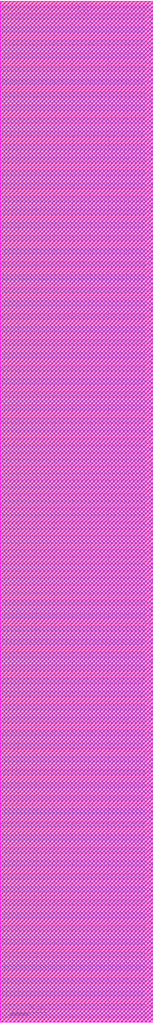
<source format=lef>
# Created by MC2 : Version 2013.12.00.f on 2025/06/18, 12:00:46

 
###############################################################################
#                                                    
#        Technology     : TSMC 16nm CMOS Logic FinFet (FFC) HKMG
#        Memory Type    : TSMC 16nm FFC Two Port Register File with d130 bit cell
#        Library Name   : ts6n16ffcllsvta64x32m4fw (user specify : ts6n16ffcllsvta64x32m4fw)
#        Library Version: 170a
#        Generated Time : 2025/06/18, 11:59:49
###############################################################################
# STATEMENT OF USE                                                             
#                                                                              
#  This information contains confidential and proprietary information of TSMC. 
# No part of this information may be reproduced, transmitted, transcribed,     
# stored in a retrieval system, or translated into any human or computer       
# language, in any form or by any means, electronic, mechanical, magnetic,     
# optical, chemical, manual, or otherwise, without the prior written permission
# of TSMC. This information was prepared for informational purpose and is for  
# use by TSMC's customers only. TSMC reserves the right to make changes in the 
# inforrmation at any time and without notice.                                 
###############################################################################
VERSION 5.7 ;
BUSBITCHARS "[]" ;
DIVIDERCHAR "/" ;
#                                                                              

MACRO TS6N16FFCLLSVTA64X32M4FW
	CLASS BLOCK ;
	FOREIGN TS6N16FFCLLSVTA64X32M4FW 0.0 0.0 ;
	ORIGIN 0.0 0.0 ;
	SIZE 16.957 BY 112.800 ;
	SYMMETRY X Y ;
	PIN AA[0]
		DIRECTION INPUT ;
		USE SIGNAL ;
		PORT
			LAYER M1 ;
			RECT 16.709 52.142 16.957 52.222 ;
			LAYER M2 ;
			RECT 16.709 52.142 16.957 52.222 ;
			LAYER M3 ;
			RECT 16.709 52.142 16.957 52.222 ;
		END
		ANTENNAGATEAREA 0.0042 LAYER M1 ;
		ANTENNADIFFAREA 0.0081 LAYER M1 ;
		ANTENNAPARTIALMETALAREA 0.0972 LAYER M1 ;
		ANTENNAMAXAREACAR 10.2538 LAYER M1 ;
		ANTENNAPARTIALCUTAREA 0.0041 LAYER VIA1 ;
		ANTENNAMAXAREACAR 0.2415 LAYER VIA1 ;
		ANTENNAGATEAREA 0.0042 LAYER M2 ;
		ANTENNADIFFAREA 0.0081 LAYER M2 ;
		ANTENNAPARTIALMETALAREA 0.1117 LAYER M2 ;
		ANTENNAMAXAREACAR 20.3208 LAYER M2 ;
		ANTENNAPARTIALCUTAREA 0.0041 LAYER VIA2 ;
		ANTENNAMAXAREACAR 0.4830 LAYER VIA2 ;
		ANTENNAGATEAREA 0.0042 LAYER M3 ;
		ANTENNADIFFAREA 0.0081 LAYER M3 ;
		ANTENNAPARTIALMETALAREA 0.5480 LAYER M3 ;
		ANTENNAMAXAREACAR 135.4520 LAYER M3 ;
	END AA[0]

	PIN AA[1]
		DIRECTION INPUT ;
		USE SIGNAL ;
		PORT
			LAYER M1 ;
			RECT 16.709 52.370 16.957 52.450 ;
			LAYER M2 ;
			RECT 16.709 52.370 16.957 52.450 ;
			LAYER M3 ;
			RECT 16.709 52.370 16.957 52.450 ;
		END
		ANTENNAGATEAREA 0.0042 LAYER M1 ;
		ANTENNADIFFAREA 0.0081 LAYER M1 ;
		ANTENNAPARTIALMETALAREA 0.0972 LAYER M1 ;
		ANTENNAMAXAREACAR 10.2538 LAYER M1 ;
		ANTENNAPARTIALCUTAREA 0.0041 LAYER VIA1 ;
		ANTENNAMAXAREACAR 0.2415 LAYER VIA1 ;
		ANTENNAGATEAREA 0.0042 LAYER M2 ;
		ANTENNADIFFAREA 0.0081 LAYER M2 ;
		ANTENNAPARTIALMETALAREA 0.1117 LAYER M2 ;
		ANTENNAMAXAREACAR 20.3208 LAYER M2 ;
		ANTENNAPARTIALCUTAREA 0.0041 LAYER VIA2 ;
		ANTENNAMAXAREACAR 0.4830 LAYER VIA2 ;
		ANTENNAGATEAREA 0.0042 LAYER M3 ;
		ANTENNADIFFAREA 0.0081 LAYER M3 ;
		ANTENNAPARTIALMETALAREA 0.5480 LAYER M3 ;
		ANTENNAMAXAREACAR 135.4520 LAYER M3 ;
	END AA[1]

	PIN AA[2]
		DIRECTION INPUT ;
		USE SIGNAL ;
		PORT
			LAYER M1 ;
			RECT 16.709 55.334 16.957 55.414 ;
			LAYER M2 ;
			RECT 16.709 55.334 16.957 55.414 ;
			LAYER M3 ;
			RECT 16.709 55.334 16.957 55.414 ;
		END
		ANTENNAGATEAREA 0.0042 LAYER M1 ;
		ANTENNADIFFAREA 0.0081 LAYER M1 ;
		ANTENNAPARTIALMETALAREA 0.0972 LAYER M1 ;
		ANTENNAMAXAREACAR 10.2538 LAYER M1 ;
		ANTENNAPARTIALCUTAREA 0.0041 LAYER VIA1 ;
		ANTENNAMAXAREACAR 0.2415 LAYER VIA1 ;
		ANTENNAGATEAREA 0.0042 LAYER M2 ;
		ANTENNADIFFAREA 0.0081 LAYER M2 ;
		ANTENNAPARTIALMETALAREA 0.1117 LAYER M2 ;
		ANTENNAMAXAREACAR 20.3208 LAYER M2 ;
		ANTENNAPARTIALCUTAREA 0.0041 LAYER VIA2 ;
		ANTENNAMAXAREACAR 0.4830 LAYER VIA2 ;
		ANTENNAGATEAREA 0.0042 LAYER M3 ;
		ANTENNADIFFAREA 0.0081 LAYER M3 ;
		ANTENNAPARTIALMETALAREA 0.5480 LAYER M3 ;
		ANTENNAMAXAREACAR 135.4520 LAYER M3 ;
	END AA[2]

	PIN AA[3]
		DIRECTION INPUT ;
		USE SIGNAL ;
		PORT
			LAYER M1 ;
			RECT 16.709 53.738 16.957 53.818 ;
			LAYER M2 ;
			RECT 16.709 53.738 16.957 53.818 ;
			LAYER M3 ;
			RECT 16.709 53.738 16.957 53.818 ;
		END
		ANTENNAGATEAREA 0.0042 LAYER M1 ;
		ANTENNADIFFAREA 0.0081 LAYER M1 ;
		ANTENNAPARTIALMETALAREA 0.0972 LAYER M1 ;
		ANTENNAMAXAREACAR 10.2538 LAYER M1 ;
		ANTENNAPARTIALCUTAREA 0.0041 LAYER VIA1 ;
		ANTENNAMAXAREACAR 0.2415 LAYER VIA1 ;
		ANTENNAGATEAREA 0.0042 LAYER M2 ;
		ANTENNADIFFAREA 0.0081 LAYER M2 ;
		ANTENNAPARTIALMETALAREA 0.1117 LAYER M2 ;
		ANTENNAMAXAREACAR 20.3208 LAYER M2 ;
		ANTENNAPARTIALCUTAREA 0.0041 LAYER VIA2 ;
		ANTENNAMAXAREACAR 0.4830 LAYER VIA2 ;
		ANTENNAGATEAREA 0.0042 LAYER M3 ;
		ANTENNADIFFAREA 0.0081 LAYER M3 ;
		ANTENNAPARTIALMETALAREA 0.5480 LAYER M3 ;
		ANTENNAMAXAREACAR 135.4520 LAYER M3 ;
	END AA[3]

	PIN AA[4]
		DIRECTION INPUT ;
		USE SIGNAL ;
		PORT
			LAYER M1 ;
			RECT 16.709 55.106 16.957 55.186 ;
			LAYER M2 ;
			RECT 16.709 55.106 16.957 55.186 ;
			LAYER M3 ;
			RECT 16.709 55.106 16.957 55.186 ;
		END
		ANTENNAGATEAREA 0.0042 LAYER M1 ;
		ANTENNADIFFAREA 0.0081 LAYER M1 ;
		ANTENNAPARTIALMETALAREA 0.0972 LAYER M1 ;
		ANTENNAMAXAREACAR 10.2538 LAYER M1 ;
		ANTENNAPARTIALCUTAREA 0.0041 LAYER VIA1 ;
		ANTENNAMAXAREACAR 0.2415 LAYER VIA1 ;
		ANTENNAGATEAREA 0.0042 LAYER M2 ;
		ANTENNADIFFAREA 0.0081 LAYER M2 ;
		ANTENNAPARTIALMETALAREA 0.1117 LAYER M2 ;
		ANTENNAMAXAREACAR 20.3208 LAYER M2 ;
		ANTENNAPARTIALCUTAREA 0.0041 LAYER VIA2 ;
		ANTENNAMAXAREACAR 0.4830 LAYER VIA2 ;
		ANTENNAGATEAREA 0.0042 LAYER M3 ;
		ANTENNADIFFAREA 0.0081 LAYER M3 ;
		ANTENNAPARTIALMETALAREA 0.5480 LAYER M3 ;
		ANTENNAMAXAREACAR 135.4520 LAYER M3 ;
	END AA[4]

	PIN AA[5]
		DIRECTION INPUT ;
		USE SIGNAL ;
		PORT
			LAYER M1 ;
			RECT 16.709 53.966 16.957 54.046 ;
			LAYER M2 ;
			RECT 16.709 53.966 16.957 54.046 ;
			LAYER M3 ;
			RECT 16.709 53.966 16.957 54.046 ;
		END
		ANTENNAGATEAREA 0.0042 LAYER M1 ;
		ANTENNADIFFAREA 0.0081 LAYER M1 ;
		ANTENNAPARTIALMETALAREA 0.0972 LAYER M1 ;
		ANTENNAMAXAREACAR 10.2538 LAYER M1 ;
		ANTENNAPARTIALCUTAREA 0.0041 LAYER VIA1 ;
		ANTENNAMAXAREACAR 0.2415 LAYER VIA1 ;
		ANTENNAGATEAREA 0.0042 LAYER M2 ;
		ANTENNADIFFAREA 0.0081 LAYER M2 ;
		ANTENNAPARTIALMETALAREA 0.1117 LAYER M2 ;
		ANTENNAMAXAREACAR 20.3208 LAYER M2 ;
		ANTENNAPARTIALCUTAREA 0.0041 LAYER VIA2 ;
		ANTENNAMAXAREACAR 0.4830 LAYER VIA2 ;
		ANTENNAGATEAREA 0.0042 LAYER M3 ;
		ANTENNADIFFAREA 0.0081 LAYER M3 ;
		ANTENNAPARTIALMETALAREA 0.5480 LAYER M3 ;
		ANTENNAMAXAREACAR 135.4520 LAYER M3 ;
	END AA[5]

	PIN AB[0]
		DIRECTION INPUT ;
		USE SIGNAL ;
		PORT
			LAYER M1 ;
			RECT 16.709 60.578 16.957 60.658 ;
			LAYER M2 ;
			RECT 16.709 60.578 16.957 60.658 ;
			LAYER M3 ;
			RECT 16.709 60.578 16.957 60.658 ;
		END
		ANTENNAGATEAREA 0.0042 LAYER M1 ;
		ANTENNADIFFAREA 0.0081 LAYER M1 ;
		ANTENNAPARTIALMETALAREA 0.0970 LAYER M1 ;
		ANTENNAMAXAREACAR 10.2024 LAYER M1 ;
		ANTENNAPARTIALCUTAREA 0.0041 LAYER VIA1 ;
		ANTENNAMAXAREACAR 0.2415 LAYER VIA1 ;
		ANTENNAGATEAREA 0.0042 LAYER M2 ;
		ANTENNADIFFAREA 0.0081 LAYER M2 ;
		ANTENNAPARTIALMETALAREA 0.1117 LAYER M2 ;
		ANTENNAMAXAREACAR 20.3208 LAYER M2 ;
		ANTENNAPARTIALCUTAREA 0.0041 LAYER VIA2 ;
		ANTENNAMAXAREACAR 0.4830 LAYER VIA2 ;
		ANTENNAGATEAREA 0.0042 LAYER M3 ;
		ANTENNADIFFAREA 0.0081 LAYER M3 ;
		ANTENNAPARTIALMETALAREA 0.5480 LAYER M3 ;
		ANTENNAMAXAREACAR 135.4520 LAYER M3 ;
	END AB[0]

	PIN AB[1]
		DIRECTION INPUT ;
		USE SIGNAL ;
		PORT
			LAYER M1 ;
			RECT 16.709 60.350 16.957 60.430 ;
			LAYER M2 ;
			RECT 16.709 60.350 16.957 60.430 ;
			LAYER M3 ;
			RECT 16.709 60.350 16.957 60.430 ;
		END
		ANTENNAGATEAREA 0.0042 LAYER M1 ;
		ANTENNADIFFAREA 0.0081 LAYER M1 ;
		ANTENNAPARTIALMETALAREA 0.0970 LAYER M1 ;
		ANTENNAMAXAREACAR 10.2024 LAYER M1 ;
		ANTENNAPARTIALCUTAREA 0.0041 LAYER VIA1 ;
		ANTENNAMAXAREACAR 0.2415 LAYER VIA1 ;
		ANTENNAGATEAREA 0.0042 LAYER M2 ;
		ANTENNADIFFAREA 0.0081 LAYER M2 ;
		ANTENNAPARTIALMETALAREA 0.1117 LAYER M2 ;
		ANTENNAMAXAREACAR 20.3208 LAYER M2 ;
		ANTENNAPARTIALCUTAREA 0.0041 LAYER VIA2 ;
		ANTENNAMAXAREACAR 0.4830 LAYER VIA2 ;
		ANTENNAGATEAREA 0.0042 LAYER M3 ;
		ANTENNADIFFAREA 0.0081 LAYER M3 ;
		ANTENNAPARTIALMETALAREA 0.5480 LAYER M3 ;
		ANTENNAMAXAREACAR 135.4520 LAYER M3 ;
	END AB[1]

	PIN AB[2]
		DIRECTION INPUT ;
		USE SIGNAL ;
		PORT
			LAYER M1 ;
			RECT 16.709 57.386 16.957 57.466 ;
			LAYER M2 ;
			RECT 16.709 57.386 16.957 57.466 ;
			LAYER M3 ;
			RECT 16.709 57.386 16.957 57.466 ;
		END
		ANTENNAGATEAREA 0.0042 LAYER M1 ;
		ANTENNADIFFAREA 0.0081 LAYER M1 ;
		ANTENNAPARTIALMETALAREA 0.0970 LAYER M1 ;
		ANTENNAMAXAREACAR 10.2024 LAYER M1 ;
		ANTENNAPARTIALCUTAREA 0.0041 LAYER VIA1 ;
		ANTENNAMAXAREACAR 0.2415 LAYER VIA1 ;
		ANTENNAGATEAREA 0.0042 LAYER M2 ;
		ANTENNADIFFAREA 0.0081 LAYER M2 ;
		ANTENNAPARTIALMETALAREA 0.1117 LAYER M2 ;
		ANTENNAMAXAREACAR 20.3208 LAYER M2 ;
		ANTENNAPARTIALCUTAREA 0.0041 LAYER VIA2 ;
		ANTENNAMAXAREACAR 0.4830 LAYER VIA2 ;
		ANTENNAGATEAREA 0.0042 LAYER M3 ;
		ANTENNADIFFAREA 0.0081 LAYER M3 ;
		ANTENNAPARTIALMETALAREA 0.5480 LAYER M3 ;
		ANTENNAMAXAREACAR 135.4520 LAYER M3 ;
	END AB[2]

	PIN AB[3]
		DIRECTION INPUT ;
		USE SIGNAL ;
		PORT
			LAYER M1 ;
			RECT 16.709 58.982 16.957 59.062 ;
			LAYER M2 ;
			RECT 16.709 58.982 16.957 59.062 ;
			LAYER M3 ;
			RECT 16.709 58.982 16.957 59.062 ;
		END
		ANTENNAGATEAREA 0.0042 LAYER M1 ;
		ANTENNADIFFAREA 0.0081 LAYER M1 ;
		ANTENNAPARTIALMETALAREA 0.0970 LAYER M1 ;
		ANTENNAMAXAREACAR 10.2024 LAYER M1 ;
		ANTENNAPARTIALCUTAREA 0.0041 LAYER VIA1 ;
		ANTENNAMAXAREACAR 0.2415 LAYER VIA1 ;
		ANTENNAGATEAREA 0.0042 LAYER M2 ;
		ANTENNADIFFAREA 0.0081 LAYER M2 ;
		ANTENNAPARTIALMETALAREA 0.1117 LAYER M2 ;
		ANTENNAMAXAREACAR 20.3208 LAYER M2 ;
		ANTENNAPARTIALCUTAREA 0.0041 LAYER VIA2 ;
		ANTENNAMAXAREACAR 0.4830 LAYER VIA2 ;
		ANTENNAGATEAREA 0.0042 LAYER M3 ;
		ANTENNADIFFAREA 0.0081 LAYER M3 ;
		ANTENNAPARTIALMETALAREA 0.5480 LAYER M3 ;
		ANTENNAMAXAREACAR 135.4520 LAYER M3 ;
	END AB[3]

	PIN AB[4]
		DIRECTION INPUT ;
		USE SIGNAL ;
		PORT
			LAYER M1 ;
			RECT 16.709 57.614 16.957 57.694 ;
			LAYER M2 ;
			RECT 16.709 57.614 16.957 57.694 ;
			LAYER M3 ;
			RECT 16.709 57.614 16.957 57.694 ;
		END
		ANTENNAGATEAREA 0.0042 LAYER M1 ;
		ANTENNADIFFAREA 0.0081 LAYER M1 ;
		ANTENNAPARTIALMETALAREA 0.0970 LAYER M1 ;
		ANTENNAMAXAREACAR 10.2024 LAYER M1 ;
		ANTENNAPARTIALCUTAREA 0.0041 LAYER VIA1 ;
		ANTENNAMAXAREACAR 0.2415 LAYER VIA1 ;
		ANTENNAGATEAREA 0.0042 LAYER M2 ;
		ANTENNADIFFAREA 0.0081 LAYER M2 ;
		ANTENNAPARTIALMETALAREA 0.1117 LAYER M2 ;
		ANTENNAMAXAREACAR 20.3208 LAYER M2 ;
		ANTENNAPARTIALCUTAREA 0.0041 LAYER VIA2 ;
		ANTENNAMAXAREACAR 0.4830 LAYER VIA2 ;
		ANTENNAGATEAREA 0.0042 LAYER M3 ;
		ANTENNADIFFAREA 0.0081 LAYER M3 ;
		ANTENNAPARTIALMETALAREA 0.5480 LAYER M3 ;
		ANTENNAMAXAREACAR 135.4520 LAYER M3 ;
	END AB[4]

	PIN AB[5]
		DIRECTION INPUT ;
		USE SIGNAL ;
		PORT
			LAYER M1 ;
			RECT 16.709 58.754 16.957 58.834 ;
			LAYER M2 ;
			RECT 16.709 58.754 16.957 58.834 ;
			LAYER M3 ;
			RECT 16.709 58.754 16.957 58.834 ;
		END
		ANTENNAGATEAREA 0.0042 LAYER M1 ;
		ANTENNADIFFAREA 0.0081 LAYER M1 ;
		ANTENNAPARTIALMETALAREA 0.0970 LAYER M1 ;
		ANTENNAMAXAREACAR 10.2024 LAYER M1 ;
		ANTENNAPARTIALCUTAREA 0.0041 LAYER VIA1 ;
		ANTENNAMAXAREACAR 0.2415 LAYER VIA1 ;
		ANTENNAGATEAREA 0.0042 LAYER M2 ;
		ANTENNADIFFAREA 0.0081 LAYER M2 ;
		ANTENNAPARTIALMETALAREA 0.1117 LAYER M2 ;
		ANTENNAMAXAREACAR 20.3208 LAYER M2 ;
		ANTENNAPARTIALCUTAREA 0.0041 LAYER VIA2 ;
		ANTENNAMAXAREACAR 0.4830 LAYER VIA2 ;
		ANTENNAGATEAREA 0.0042 LAYER M3 ;
		ANTENNADIFFAREA 0.0081 LAYER M3 ;
		ANTENNAPARTIALMETALAREA 0.5480 LAYER M3 ;
		ANTENNAMAXAREACAR 135.4520 LAYER M3 ;
	END AB[5]

	PIN BWEB[0]
		DIRECTION INPUT ;
		USE SIGNAL ;
		PORT
			LAYER M1 ;
			RECT 16.709 1.799 16.957 1.879 ;
			LAYER M2 ;
			RECT 16.709 1.799 16.957 1.879 ;
			LAYER M3 ;
			RECT 16.709 1.799 16.957 1.879 ;
		END
		ANTENNAGATEAREA 0.0023 LAYER M1 ;
		ANTENNADIFFAREA 0.0081 LAYER M1 ;
		ANTENNAPARTIALMETALAREA 0.1465 LAYER M1 ;
		ANTENNAMAXAREACAR 7.6238 LAYER M1 ;
		ANTENNAPARTIALCUTAREA 0.0041 LAYER VIA1 ;
		ANTENNAMAXAREACAR 0.4414 LAYER VIA1 ;
		ANTENNAGATEAREA 0.0023 LAYER M2 ;
		ANTENNADIFFAREA 0.0081 LAYER M2 ;
		ANTENNAPARTIALMETALAREA 0.2682 LAYER M2 ;
		ANTENNAMAXAREACAR 48.3629 LAYER M2 ;
		ANTENNAPARTIALCUTAREA 0.0051 LAYER VIA2 ;
		ANTENNAMAXAREACAR 0.8828 LAYER VIA2 ;
		ANTENNAGATEAREA 0.0023 LAYER M3 ;
		ANTENNADIFFAREA 0.0081 LAYER M3 ;
		ANTENNAPARTIALMETALAREA 0.3386 LAYER M3 ;
		ANTENNAMAXAREACAR 161.1170 LAYER M3 ;
	END BWEB[0]

	PIN BWEB[1]
		DIRECTION INPUT ;
		USE SIGNAL ;
		PORT
			LAYER M1 ;
			RECT 16.709 4.679 16.957 4.759 ;
			LAYER M2 ;
			RECT 16.709 4.679 16.957 4.759 ;
			LAYER M3 ;
			RECT 16.709 4.679 16.957 4.759 ;
		END
		ANTENNAGATEAREA 0.0023 LAYER M1 ;
		ANTENNADIFFAREA 0.0081 LAYER M1 ;
		ANTENNAPARTIALMETALAREA 0.1465 LAYER M1 ;
		ANTENNAMAXAREACAR 7.6238 LAYER M1 ;
		ANTENNAPARTIALCUTAREA 0.0041 LAYER VIA1 ;
		ANTENNAMAXAREACAR 0.4414 LAYER VIA1 ;
		ANTENNAGATEAREA 0.0023 LAYER M2 ;
		ANTENNADIFFAREA 0.0081 LAYER M2 ;
		ANTENNAPARTIALMETALAREA 0.2682 LAYER M2 ;
		ANTENNAMAXAREACAR 48.3629 LAYER M2 ;
		ANTENNAPARTIALCUTAREA 0.0051 LAYER VIA2 ;
		ANTENNAMAXAREACAR 0.8828 LAYER VIA2 ;
		ANTENNAGATEAREA 0.0023 LAYER M3 ;
		ANTENNADIFFAREA 0.0081 LAYER M3 ;
		ANTENNAPARTIALMETALAREA 0.3386 LAYER M3 ;
		ANTENNAMAXAREACAR 161.1170 LAYER M3 ;
	END BWEB[1]

	PIN BWEB[2]
		DIRECTION INPUT ;
		USE SIGNAL ;
		PORT
			LAYER M1 ;
			RECT 16.709 7.559 16.957 7.639 ;
			LAYER M2 ;
			RECT 16.709 7.559 16.957 7.639 ;
			LAYER M3 ;
			RECT 16.709 7.559 16.957 7.639 ;
		END
		ANTENNAGATEAREA 0.0023 LAYER M1 ;
		ANTENNADIFFAREA 0.0081 LAYER M1 ;
		ANTENNAPARTIALMETALAREA 0.1465 LAYER M1 ;
		ANTENNAMAXAREACAR 7.6238 LAYER M1 ;
		ANTENNAPARTIALCUTAREA 0.0041 LAYER VIA1 ;
		ANTENNAMAXAREACAR 0.4414 LAYER VIA1 ;
		ANTENNAGATEAREA 0.0023 LAYER M2 ;
		ANTENNADIFFAREA 0.0081 LAYER M2 ;
		ANTENNAPARTIALMETALAREA 0.2682 LAYER M2 ;
		ANTENNAMAXAREACAR 48.3629 LAYER M2 ;
		ANTENNAPARTIALCUTAREA 0.0051 LAYER VIA2 ;
		ANTENNAMAXAREACAR 0.8828 LAYER VIA2 ;
		ANTENNAGATEAREA 0.0023 LAYER M3 ;
		ANTENNADIFFAREA 0.0081 LAYER M3 ;
		ANTENNAPARTIALMETALAREA 0.3386 LAYER M3 ;
		ANTENNAMAXAREACAR 161.1170 LAYER M3 ;
	END BWEB[2]

	PIN BWEB[3]
		DIRECTION INPUT ;
		USE SIGNAL ;
		PORT
			LAYER M1 ;
			RECT 16.709 10.439 16.957 10.519 ;
			LAYER M2 ;
			RECT 16.709 10.439 16.957 10.519 ;
			LAYER M3 ;
			RECT 16.709 10.439 16.957 10.519 ;
		END
		ANTENNAGATEAREA 0.0023 LAYER M1 ;
		ANTENNADIFFAREA 0.0081 LAYER M1 ;
		ANTENNAPARTIALMETALAREA 0.1465 LAYER M1 ;
		ANTENNAMAXAREACAR 7.6238 LAYER M1 ;
		ANTENNAPARTIALCUTAREA 0.0041 LAYER VIA1 ;
		ANTENNAMAXAREACAR 0.4414 LAYER VIA1 ;
		ANTENNAGATEAREA 0.0023 LAYER M2 ;
		ANTENNADIFFAREA 0.0081 LAYER M2 ;
		ANTENNAPARTIALMETALAREA 0.2682 LAYER M2 ;
		ANTENNAMAXAREACAR 48.3629 LAYER M2 ;
		ANTENNAPARTIALCUTAREA 0.0051 LAYER VIA2 ;
		ANTENNAMAXAREACAR 0.8828 LAYER VIA2 ;
		ANTENNAGATEAREA 0.0023 LAYER M3 ;
		ANTENNADIFFAREA 0.0081 LAYER M3 ;
		ANTENNAPARTIALMETALAREA 0.3386 LAYER M3 ;
		ANTENNAMAXAREACAR 161.1170 LAYER M3 ;
	END BWEB[3]

	PIN BWEB[4]
		DIRECTION INPUT ;
		USE SIGNAL ;
		PORT
			LAYER M1 ;
			RECT 16.709 13.319 16.957 13.399 ;
			LAYER M2 ;
			RECT 16.709 13.319 16.957 13.399 ;
			LAYER M3 ;
			RECT 16.709 13.319 16.957 13.399 ;
		END
		ANTENNAGATEAREA 0.0023 LAYER M1 ;
		ANTENNADIFFAREA 0.0081 LAYER M1 ;
		ANTENNAPARTIALMETALAREA 0.1465 LAYER M1 ;
		ANTENNAMAXAREACAR 7.6238 LAYER M1 ;
		ANTENNAPARTIALCUTAREA 0.0041 LAYER VIA1 ;
		ANTENNAMAXAREACAR 0.4414 LAYER VIA1 ;
		ANTENNAGATEAREA 0.0023 LAYER M2 ;
		ANTENNADIFFAREA 0.0081 LAYER M2 ;
		ANTENNAPARTIALMETALAREA 0.2682 LAYER M2 ;
		ANTENNAMAXAREACAR 48.3629 LAYER M2 ;
		ANTENNAPARTIALCUTAREA 0.0051 LAYER VIA2 ;
		ANTENNAMAXAREACAR 0.8828 LAYER VIA2 ;
		ANTENNAGATEAREA 0.0023 LAYER M3 ;
		ANTENNADIFFAREA 0.0081 LAYER M3 ;
		ANTENNAPARTIALMETALAREA 0.3386 LAYER M3 ;
		ANTENNAMAXAREACAR 161.1170 LAYER M3 ;
	END BWEB[4]

	PIN BWEB[5]
		DIRECTION INPUT ;
		USE SIGNAL ;
		PORT
			LAYER M1 ;
			RECT 16.709 16.199 16.957 16.279 ;
			LAYER M2 ;
			RECT 16.709 16.199 16.957 16.279 ;
			LAYER M3 ;
			RECT 16.709 16.199 16.957 16.279 ;
		END
		ANTENNAGATEAREA 0.0023 LAYER M1 ;
		ANTENNADIFFAREA 0.0081 LAYER M1 ;
		ANTENNAPARTIALMETALAREA 0.1465 LAYER M1 ;
		ANTENNAMAXAREACAR 7.6238 LAYER M1 ;
		ANTENNAPARTIALCUTAREA 0.0041 LAYER VIA1 ;
		ANTENNAMAXAREACAR 0.4414 LAYER VIA1 ;
		ANTENNAGATEAREA 0.0023 LAYER M2 ;
		ANTENNADIFFAREA 0.0081 LAYER M2 ;
		ANTENNAPARTIALMETALAREA 0.2682 LAYER M2 ;
		ANTENNAMAXAREACAR 48.3629 LAYER M2 ;
		ANTENNAPARTIALCUTAREA 0.0051 LAYER VIA2 ;
		ANTENNAMAXAREACAR 0.8828 LAYER VIA2 ;
		ANTENNAGATEAREA 0.0023 LAYER M3 ;
		ANTENNADIFFAREA 0.0081 LAYER M3 ;
		ANTENNAPARTIALMETALAREA 0.3386 LAYER M3 ;
		ANTENNAMAXAREACAR 161.1170 LAYER M3 ;
	END BWEB[5]

	PIN BWEB[6]
		DIRECTION INPUT ;
		USE SIGNAL ;
		PORT
			LAYER M1 ;
			RECT 16.709 19.079 16.957 19.159 ;
			LAYER M2 ;
			RECT 16.709 19.079 16.957 19.159 ;
			LAYER M3 ;
			RECT 16.709 19.079 16.957 19.159 ;
		END
		ANTENNAGATEAREA 0.0023 LAYER M1 ;
		ANTENNADIFFAREA 0.0081 LAYER M1 ;
		ANTENNAPARTIALMETALAREA 0.1465 LAYER M1 ;
		ANTENNAMAXAREACAR 7.6238 LAYER M1 ;
		ANTENNAPARTIALCUTAREA 0.0041 LAYER VIA1 ;
		ANTENNAMAXAREACAR 0.4414 LAYER VIA1 ;
		ANTENNAGATEAREA 0.0023 LAYER M2 ;
		ANTENNADIFFAREA 0.0081 LAYER M2 ;
		ANTENNAPARTIALMETALAREA 0.2682 LAYER M2 ;
		ANTENNAMAXAREACAR 48.3629 LAYER M2 ;
		ANTENNAPARTIALCUTAREA 0.0051 LAYER VIA2 ;
		ANTENNAMAXAREACAR 0.8828 LAYER VIA2 ;
		ANTENNAGATEAREA 0.0023 LAYER M3 ;
		ANTENNADIFFAREA 0.0081 LAYER M3 ;
		ANTENNAPARTIALMETALAREA 0.3386 LAYER M3 ;
		ANTENNAMAXAREACAR 161.1170 LAYER M3 ;
	END BWEB[6]

	PIN BWEB[7]
		DIRECTION INPUT ;
		USE SIGNAL ;
		PORT
			LAYER M1 ;
			RECT 16.709 21.959 16.957 22.039 ;
			LAYER M2 ;
			RECT 16.709 21.959 16.957 22.039 ;
			LAYER M3 ;
			RECT 16.709 21.959 16.957 22.039 ;
		END
		ANTENNAGATEAREA 0.0023 LAYER M1 ;
		ANTENNADIFFAREA 0.0081 LAYER M1 ;
		ANTENNAPARTIALMETALAREA 0.1465 LAYER M1 ;
		ANTENNAMAXAREACAR 7.6238 LAYER M1 ;
		ANTENNAPARTIALCUTAREA 0.0041 LAYER VIA1 ;
		ANTENNAMAXAREACAR 0.4414 LAYER VIA1 ;
		ANTENNAGATEAREA 0.0023 LAYER M2 ;
		ANTENNADIFFAREA 0.0081 LAYER M2 ;
		ANTENNAPARTIALMETALAREA 0.2682 LAYER M2 ;
		ANTENNAMAXAREACAR 48.3629 LAYER M2 ;
		ANTENNAPARTIALCUTAREA 0.0051 LAYER VIA2 ;
		ANTENNAMAXAREACAR 0.8828 LAYER VIA2 ;
		ANTENNAGATEAREA 0.0023 LAYER M3 ;
		ANTENNADIFFAREA 0.0081 LAYER M3 ;
		ANTENNAPARTIALMETALAREA 0.3386 LAYER M3 ;
		ANTENNAMAXAREACAR 161.1170 LAYER M3 ;
	END BWEB[7]

	PIN BWEB[8]
		DIRECTION INPUT ;
		USE SIGNAL ;
		PORT
			LAYER M1 ;
			RECT 16.709 24.839 16.957 24.919 ;
			LAYER M2 ;
			RECT 16.709 24.839 16.957 24.919 ;
			LAYER M3 ;
			RECT 16.709 24.839 16.957 24.919 ;
		END
		ANTENNAGATEAREA 0.0023 LAYER M1 ;
		ANTENNADIFFAREA 0.0081 LAYER M1 ;
		ANTENNAPARTIALMETALAREA 0.1465 LAYER M1 ;
		ANTENNAMAXAREACAR 7.6238 LAYER M1 ;
		ANTENNAPARTIALCUTAREA 0.0041 LAYER VIA1 ;
		ANTENNAMAXAREACAR 0.4414 LAYER VIA1 ;
		ANTENNAGATEAREA 0.0023 LAYER M2 ;
		ANTENNADIFFAREA 0.0081 LAYER M2 ;
		ANTENNAPARTIALMETALAREA 0.2682 LAYER M2 ;
		ANTENNAMAXAREACAR 48.3629 LAYER M2 ;
		ANTENNAPARTIALCUTAREA 0.0051 LAYER VIA2 ;
		ANTENNAMAXAREACAR 0.8828 LAYER VIA2 ;
		ANTENNAGATEAREA 0.0023 LAYER M3 ;
		ANTENNADIFFAREA 0.0081 LAYER M3 ;
		ANTENNAPARTIALMETALAREA 0.3386 LAYER M3 ;
		ANTENNAMAXAREACAR 161.1170 LAYER M3 ;
	END BWEB[8]

	PIN BWEB[9]
		DIRECTION INPUT ;
		USE SIGNAL ;
		PORT
			LAYER M1 ;
			RECT 16.709 27.719 16.957 27.799 ;
			LAYER M2 ;
			RECT 16.709 27.719 16.957 27.799 ;
			LAYER M3 ;
			RECT 16.709 27.719 16.957 27.799 ;
		END
		ANTENNAGATEAREA 0.0023 LAYER M1 ;
		ANTENNADIFFAREA 0.0081 LAYER M1 ;
		ANTENNAPARTIALMETALAREA 0.1465 LAYER M1 ;
		ANTENNAMAXAREACAR 7.6238 LAYER M1 ;
		ANTENNAPARTIALCUTAREA 0.0041 LAYER VIA1 ;
		ANTENNAMAXAREACAR 0.4414 LAYER VIA1 ;
		ANTENNAGATEAREA 0.0023 LAYER M2 ;
		ANTENNADIFFAREA 0.0081 LAYER M2 ;
		ANTENNAPARTIALMETALAREA 0.2682 LAYER M2 ;
		ANTENNAMAXAREACAR 48.3629 LAYER M2 ;
		ANTENNAPARTIALCUTAREA 0.0051 LAYER VIA2 ;
		ANTENNAMAXAREACAR 0.8828 LAYER VIA2 ;
		ANTENNAGATEAREA 0.0023 LAYER M3 ;
		ANTENNADIFFAREA 0.0081 LAYER M3 ;
		ANTENNAPARTIALMETALAREA 0.3386 LAYER M3 ;
		ANTENNAMAXAREACAR 161.1170 LAYER M3 ;
	END BWEB[9]

	PIN BWEB[10]
		DIRECTION INPUT ;
		USE SIGNAL ;
		PORT
			LAYER M1 ;
			RECT 16.709 30.599 16.957 30.679 ;
			LAYER M2 ;
			RECT 16.709 30.599 16.957 30.679 ;
			LAYER M3 ;
			RECT 16.709 30.599 16.957 30.679 ;
		END
		ANTENNAGATEAREA 0.0023 LAYER M1 ;
		ANTENNADIFFAREA 0.0081 LAYER M1 ;
		ANTENNAPARTIALMETALAREA 0.1465 LAYER M1 ;
		ANTENNAMAXAREACAR 7.6238 LAYER M1 ;
		ANTENNAPARTIALCUTAREA 0.0041 LAYER VIA1 ;
		ANTENNAMAXAREACAR 0.4414 LAYER VIA1 ;
		ANTENNAGATEAREA 0.0023 LAYER M2 ;
		ANTENNADIFFAREA 0.0081 LAYER M2 ;
		ANTENNAPARTIALMETALAREA 0.2682 LAYER M2 ;
		ANTENNAMAXAREACAR 48.3629 LAYER M2 ;
		ANTENNAPARTIALCUTAREA 0.0051 LAYER VIA2 ;
		ANTENNAMAXAREACAR 0.8828 LAYER VIA2 ;
		ANTENNAGATEAREA 0.0023 LAYER M3 ;
		ANTENNADIFFAREA 0.0081 LAYER M3 ;
		ANTENNAPARTIALMETALAREA 0.3386 LAYER M3 ;
		ANTENNAMAXAREACAR 161.1170 LAYER M3 ;
	END BWEB[10]

	PIN BWEB[11]
		DIRECTION INPUT ;
		USE SIGNAL ;
		PORT
			LAYER M1 ;
			RECT 16.709 33.479 16.957 33.559 ;
			LAYER M2 ;
			RECT 16.709 33.479 16.957 33.559 ;
			LAYER M3 ;
			RECT 16.709 33.479 16.957 33.559 ;
		END
		ANTENNAGATEAREA 0.0023 LAYER M1 ;
		ANTENNADIFFAREA 0.0081 LAYER M1 ;
		ANTENNAPARTIALMETALAREA 0.1465 LAYER M1 ;
		ANTENNAMAXAREACAR 7.6238 LAYER M1 ;
		ANTENNAPARTIALCUTAREA 0.0041 LAYER VIA1 ;
		ANTENNAMAXAREACAR 0.4414 LAYER VIA1 ;
		ANTENNAGATEAREA 0.0023 LAYER M2 ;
		ANTENNADIFFAREA 0.0081 LAYER M2 ;
		ANTENNAPARTIALMETALAREA 0.2682 LAYER M2 ;
		ANTENNAMAXAREACAR 48.3629 LAYER M2 ;
		ANTENNAPARTIALCUTAREA 0.0051 LAYER VIA2 ;
		ANTENNAMAXAREACAR 0.8828 LAYER VIA2 ;
		ANTENNAGATEAREA 0.0023 LAYER M3 ;
		ANTENNADIFFAREA 0.0081 LAYER M3 ;
		ANTENNAPARTIALMETALAREA 0.3386 LAYER M3 ;
		ANTENNAMAXAREACAR 161.1170 LAYER M3 ;
	END BWEB[11]

	PIN BWEB[12]
		DIRECTION INPUT ;
		USE SIGNAL ;
		PORT
			LAYER M1 ;
			RECT 16.709 36.359 16.957 36.439 ;
			LAYER M2 ;
			RECT 16.709 36.359 16.957 36.439 ;
			LAYER M3 ;
			RECT 16.709 36.359 16.957 36.439 ;
		END
		ANTENNAGATEAREA 0.0023 LAYER M1 ;
		ANTENNADIFFAREA 0.0081 LAYER M1 ;
		ANTENNAPARTIALMETALAREA 0.1465 LAYER M1 ;
		ANTENNAMAXAREACAR 7.6238 LAYER M1 ;
		ANTENNAPARTIALCUTAREA 0.0041 LAYER VIA1 ;
		ANTENNAMAXAREACAR 0.4414 LAYER VIA1 ;
		ANTENNAGATEAREA 0.0023 LAYER M2 ;
		ANTENNADIFFAREA 0.0081 LAYER M2 ;
		ANTENNAPARTIALMETALAREA 0.2682 LAYER M2 ;
		ANTENNAMAXAREACAR 48.3629 LAYER M2 ;
		ANTENNAPARTIALCUTAREA 0.0051 LAYER VIA2 ;
		ANTENNAMAXAREACAR 0.8828 LAYER VIA2 ;
		ANTENNAGATEAREA 0.0023 LAYER M3 ;
		ANTENNADIFFAREA 0.0081 LAYER M3 ;
		ANTENNAPARTIALMETALAREA 0.3386 LAYER M3 ;
		ANTENNAMAXAREACAR 161.1170 LAYER M3 ;
	END BWEB[12]

	PIN BWEB[13]
		DIRECTION INPUT ;
		USE SIGNAL ;
		PORT
			LAYER M1 ;
			RECT 16.709 39.239 16.957 39.319 ;
			LAYER M2 ;
			RECT 16.709 39.239 16.957 39.319 ;
			LAYER M3 ;
			RECT 16.709 39.239 16.957 39.319 ;
		END
		ANTENNAGATEAREA 0.0023 LAYER M1 ;
		ANTENNADIFFAREA 0.0081 LAYER M1 ;
		ANTENNAPARTIALMETALAREA 0.1465 LAYER M1 ;
		ANTENNAMAXAREACAR 7.6238 LAYER M1 ;
		ANTENNAPARTIALCUTAREA 0.0041 LAYER VIA1 ;
		ANTENNAMAXAREACAR 0.4414 LAYER VIA1 ;
		ANTENNAGATEAREA 0.0023 LAYER M2 ;
		ANTENNADIFFAREA 0.0081 LAYER M2 ;
		ANTENNAPARTIALMETALAREA 0.2682 LAYER M2 ;
		ANTENNAMAXAREACAR 48.3629 LAYER M2 ;
		ANTENNAPARTIALCUTAREA 0.0051 LAYER VIA2 ;
		ANTENNAMAXAREACAR 0.8828 LAYER VIA2 ;
		ANTENNAGATEAREA 0.0023 LAYER M3 ;
		ANTENNADIFFAREA 0.0081 LAYER M3 ;
		ANTENNAPARTIALMETALAREA 0.3386 LAYER M3 ;
		ANTENNAMAXAREACAR 161.1170 LAYER M3 ;
	END BWEB[13]

	PIN BWEB[14]
		DIRECTION INPUT ;
		USE SIGNAL ;
		PORT
			LAYER M1 ;
			RECT 16.709 42.119 16.957 42.199 ;
			LAYER M2 ;
			RECT 16.709 42.119 16.957 42.199 ;
			LAYER M3 ;
			RECT 16.709 42.119 16.957 42.199 ;
		END
		ANTENNAGATEAREA 0.0023 LAYER M1 ;
		ANTENNADIFFAREA 0.0081 LAYER M1 ;
		ANTENNAPARTIALMETALAREA 0.1465 LAYER M1 ;
		ANTENNAMAXAREACAR 7.6238 LAYER M1 ;
		ANTENNAPARTIALCUTAREA 0.0041 LAYER VIA1 ;
		ANTENNAMAXAREACAR 0.4414 LAYER VIA1 ;
		ANTENNAGATEAREA 0.0023 LAYER M2 ;
		ANTENNADIFFAREA 0.0081 LAYER M2 ;
		ANTENNAPARTIALMETALAREA 0.2682 LAYER M2 ;
		ANTENNAMAXAREACAR 48.3629 LAYER M2 ;
		ANTENNAPARTIALCUTAREA 0.0051 LAYER VIA2 ;
		ANTENNAMAXAREACAR 0.8828 LAYER VIA2 ;
		ANTENNAGATEAREA 0.0023 LAYER M3 ;
		ANTENNADIFFAREA 0.0081 LAYER M3 ;
		ANTENNAPARTIALMETALAREA 0.3386 LAYER M3 ;
		ANTENNAMAXAREACAR 161.1170 LAYER M3 ;
	END BWEB[14]

	PIN BWEB[15]
		DIRECTION INPUT ;
		USE SIGNAL ;
		PORT
			LAYER M1 ;
			RECT 16.709 44.999 16.957 45.079 ;
			LAYER M2 ;
			RECT 16.709 44.999 16.957 45.079 ;
			LAYER M3 ;
			RECT 16.709 44.999 16.957 45.079 ;
		END
		ANTENNAGATEAREA 0.0023 LAYER M1 ;
		ANTENNADIFFAREA 0.0081 LAYER M1 ;
		ANTENNAPARTIALMETALAREA 0.1465 LAYER M1 ;
		ANTENNAMAXAREACAR 7.6238 LAYER M1 ;
		ANTENNAPARTIALCUTAREA 0.0041 LAYER VIA1 ;
		ANTENNAMAXAREACAR 0.4414 LAYER VIA1 ;
		ANTENNAGATEAREA 0.0023 LAYER M2 ;
		ANTENNADIFFAREA 0.0081 LAYER M2 ;
		ANTENNAPARTIALMETALAREA 0.2682 LAYER M2 ;
		ANTENNAMAXAREACAR 48.3629 LAYER M2 ;
		ANTENNAPARTIALCUTAREA 0.0051 LAYER VIA2 ;
		ANTENNAMAXAREACAR 0.8828 LAYER VIA2 ;
		ANTENNAGATEAREA 0.0023 LAYER M3 ;
		ANTENNADIFFAREA 0.0081 LAYER M3 ;
		ANTENNAPARTIALMETALAREA 0.3386 LAYER M3 ;
		ANTENNAMAXAREACAR 161.1170 LAYER M3 ;
	END BWEB[15]

	PIN BWEB[16]
		DIRECTION INPUT ;
		USE SIGNAL ;
		PORT
			LAYER M1 ;
			RECT 16.709 67.721 16.957 67.801 ;
			LAYER M2 ;
			RECT 16.709 67.721 16.957 67.801 ;
			LAYER M3 ;
			RECT 16.709 67.721 16.957 67.801 ;
		END
		ANTENNAGATEAREA 0.0023 LAYER M1 ;
		ANTENNADIFFAREA 0.0081 LAYER M1 ;
		ANTENNAPARTIALMETALAREA 0.1465 LAYER M1 ;
		ANTENNAMAXAREACAR 7.6238 LAYER M1 ;
		ANTENNAPARTIALCUTAREA 0.0041 LAYER VIA1 ;
		ANTENNAMAXAREACAR 0.4414 LAYER VIA1 ;
		ANTENNAGATEAREA 0.0023 LAYER M2 ;
		ANTENNADIFFAREA 0.0081 LAYER M2 ;
		ANTENNAPARTIALMETALAREA 0.2682 LAYER M2 ;
		ANTENNAMAXAREACAR 48.3629 LAYER M2 ;
		ANTENNAPARTIALCUTAREA 0.0051 LAYER VIA2 ;
		ANTENNAMAXAREACAR 0.8828 LAYER VIA2 ;
		ANTENNAGATEAREA 0.0023 LAYER M3 ;
		ANTENNADIFFAREA 0.0081 LAYER M3 ;
		ANTENNAPARTIALMETALAREA 0.3386 LAYER M3 ;
		ANTENNAMAXAREACAR 161.1170 LAYER M3 ;
	END BWEB[16]

	PIN BWEB[17]
		DIRECTION INPUT ;
		USE SIGNAL ;
		PORT
			LAYER M1 ;
			RECT 16.709 70.601 16.957 70.681 ;
			LAYER M2 ;
			RECT 16.709 70.601 16.957 70.681 ;
			LAYER M3 ;
			RECT 16.709 70.601 16.957 70.681 ;
		END
		ANTENNAGATEAREA 0.0023 LAYER M1 ;
		ANTENNADIFFAREA 0.0081 LAYER M1 ;
		ANTENNAPARTIALMETALAREA 0.1465 LAYER M1 ;
		ANTENNAMAXAREACAR 7.6238 LAYER M1 ;
		ANTENNAPARTIALCUTAREA 0.0041 LAYER VIA1 ;
		ANTENNAMAXAREACAR 0.4414 LAYER VIA1 ;
		ANTENNAGATEAREA 0.0023 LAYER M2 ;
		ANTENNADIFFAREA 0.0081 LAYER M2 ;
		ANTENNAPARTIALMETALAREA 0.2682 LAYER M2 ;
		ANTENNAMAXAREACAR 48.3629 LAYER M2 ;
		ANTENNAPARTIALCUTAREA 0.0051 LAYER VIA2 ;
		ANTENNAMAXAREACAR 0.8828 LAYER VIA2 ;
		ANTENNAGATEAREA 0.0023 LAYER M3 ;
		ANTENNADIFFAREA 0.0081 LAYER M3 ;
		ANTENNAPARTIALMETALAREA 0.3386 LAYER M3 ;
		ANTENNAMAXAREACAR 161.1170 LAYER M3 ;
	END BWEB[17]

	PIN BWEB[18]
		DIRECTION INPUT ;
		USE SIGNAL ;
		PORT
			LAYER M1 ;
			RECT 16.709 73.481 16.957 73.561 ;
			LAYER M2 ;
			RECT 16.709 73.481 16.957 73.561 ;
			LAYER M3 ;
			RECT 16.709 73.481 16.957 73.561 ;
		END
		ANTENNAGATEAREA 0.0023 LAYER M1 ;
		ANTENNADIFFAREA 0.0081 LAYER M1 ;
		ANTENNAPARTIALMETALAREA 0.1465 LAYER M1 ;
		ANTENNAMAXAREACAR 7.6238 LAYER M1 ;
		ANTENNAPARTIALCUTAREA 0.0041 LAYER VIA1 ;
		ANTENNAMAXAREACAR 0.4414 LAYER VIA1 ;
		ANTENNAGATEAREA 0.0023 LAYER M2 ;
		ANTENNADIFFAREA 0.0081 LAYER M2 ;
		ANTENNAPARTIALMETALAREA 0.2682 LAYER M2 ;
		ANTENNAMAXAREACAR 48.3629 LAYER M2 ;
		ANTENNAPARTIALCUTAREA 0.0051 LAYER VIA2 ;
		ANTENNAMAXAREACAR 0.8828 LAYER VIA2 ;
		ANTENNAGATEAREA 0.0023 LAYER M3 ;
		ANTENNADIFFAREA 0.0081 LAYER M3 ;
		ANTENNAPARTIALMETALAREA 0.3386 LAYER M3 ;
		ANTENNAMAXAREACAR 161.1170 LAYER M3 ;
	END BWEB[18]

	PIN BWEB[19]
		DIRECTION INPUT ;
		USE SIGNAL ;
		PORT
			LAYER M1 ;
			RECT 16.709 76.361 16.957 76.441 ;
			LAYER M2 ;
			RECT 16.709 76.361 16.957 76.441 ;
			LAYER M3 ;
			RECT 16.709 76.361 16.957 76.441 ;
		END
		ANTENNAGATEAREA 0.0023 LAYER M1 ;
		ANTENNADIFFAREA 0.0081 LAYER M1 ;
		ANTENNAPARTIALMETALAREA 0.1465 LAYER M1 ;
		ANTENNAMAXAREACAR 7.6238 LAYER M1 ;
		ANTENNAPARTIALCUTAREA 0.0041 LAYER VIA1 ;
		ANTENNAMAXAREACAR 0.4414 LAYER VIA1 ;
		ANTENNAGATEAREA 0.0023 LAYER M2 ;
		ANTENNADIFFAREA 0.0081 LAYER M2 ;
		ANTENNAPARTIALMETALAREA 0.2682 LAYER M2 ;
		ANTENNAMAXAREACAR 48.3629 LAYER M2 ;
		ANTENNAPARTIALCUTAREA 0.0051 LAYER VIA2 ;
		ANTENNAMAXAREACAR 0.8828 LAYER VIA2 ;
		ANTENNAGATEAREA 0.0023 LAYER M3 ;
		ANTENNADIFFAREA 0.0081 LAYER M3 ;
		ANTENNAPARTIALMETALAREA 0.3386 LAYER M3 ;
		ANTENNAMAXAREACAR 161.1170 LAYER M3 ;
	END BWEB[19]

	PIN BWEB[20]
		DIRECTION INPUT ;
		USE SIGNAL ;
		PORT
			LAYER M1 ;
			RECT 16.709 79.241 16.957 79.321 ;
			LAYER M2 ;
			RECT 16.709 79.241 16.957 79.321 ;
			LAYER M3 ;
			RECT 16.709 79.241 16.957 79.321 ;
		END
		ANTENNAGATEAREA 0.0023 LAYER M1 ;
		ANTENNADIFFAREA 0.0081 LAYER M1 ;
		ANTENNAPARTIALMETALAREA 0.1465 LAYER M1 ;
		ANTENNAMAXAREACAR 7.6238 LAYER M1 ;
		ANTENNAPARTIALCUTAREA 0.0041 LAYER VIA1 ;
		ANTENNAMAXAREACAR 0.4414 LAYER VIA1 ;
		ANTENNAGATEAREA 0.0023 LAYER M2 ;
		ANTENNADIFFAREA 0.0081 LAYER M2 ;
		ANTENNAPARTIALMETALAREA 0.2682 LAYER M2 ;
		ANTENNAMAXAREACAR 48.3629 LAYER M2 ;
		ANTENNAPARTIALCUTAREA 0.0051 LAYER VIA2 ;
		ANTENNAMAXAREACAR 0.8828 LAYER VIA2 ;
		ANTENNAGATEAREA 0.0023 LAYER M3 ;
		ANTENNADIFFAREA 0.0081 LAYER M3 ;
		ANTENNAPARTIALMETALAREA 0.3386 LAYER M3 ;
		ANTENNAMAXAREACAR 161.1170 LAYER M3 ;
	END BWEB[20]

	PIN BWEB[21]
		DIRECTION INPUT ;
		USE SIGNAL ;
		PORT
			LAYER M1 ;
			RECT 16.709 82.121 16.957 82.201 ;
			LAYER M2 ;
			RECT 16.709 82.121 16.957 82.201 ;
			LAYER M3 ;
			RECT 16.709 82.121 16.957 82.201 ;
		END
		ANTENNAGATEAREA 0.0023 LAYER M1 ;
		ANTENNADIFFAREA 0.0081 LAYER M1 ;
		ANTENNAPARTIALMETALAREA 0.1465 LAYER M1 ;
		ANTENNAMAXAREACAR 7.6238 LAYER M1 ;
		ANTENNAPARTIALCUTAREA 0.0041 LAYER VIA1 ;
		ANTENNAMAXAREACAR 0.4414 LAYER VIA1 ;
		ANTENNAGATEAREA 0.0023 LAYER M2 ;
		ANTENNADIFFAREA 0.0081 LAYER M2 ;
		ANTENNAPARTIALMETALAREA 0.2682 LAYER M2 ;
		ANTENNAMAXAREACAR 48.3629 LAYER M2 ;
		ANTENNAPARTIALCUTAREA 0.0051 LAYER VIA2 ;
		ANTENNAMAXAREACAR 0.8828 LAYER VIA2 ;
		ANTENNAGATEAREA 0.0023 LAYER M3 ;
		ANTENNADIFFAREA 0.0081 LAYER M3 ;
		ANTENNAPARTIALMETALAREA 0.3386 LAYER M3 ;
		ANTENNAMAXAREACAR 161.1170 LAYER M3 ;
	END BWEB[21]

	PIN BWEB[22]
		DIRECTION INPUT ;
		USE SIGNAL ;
		PORT
			LAYER M1 ;
			RECT 16.709 85.001 16.957 85.081 ;
			LAYER M2 ;
			RECT 16.709 85.001 16.957 85.081 ;
			LAYER M3 ;
			RECT 16.709 85.001 16.957 85.081 ;
		END
		ANTENNAGATEAREA 0.0023 LAYER M1 ;
		ANTENNADIFFAREA 0.0081 LAYER M1 ;
		ANTENNAPARTIALMETALAREA 0.1465 LAYER M1 ;
		ANTENNAMAXAREACAR 7.6238 LAYER M1 ;
		ANTENNAPARTIALCUTAREA 0.0041 LAYER VIA1 ;
		ANTENNAMAXAREACAR 0.4414 LAYER VIA1 ;
		ANTENNAGATEAREA 0.0023 LAYER M2 ;
		ANTENNADIFFAREA 0.0081 LAYER M2 ;
		ANTENNAPARTIALMETALAREA 0.2682 LAYER M2 ;
		ANTENNAMAXAREACAR 48.3629 LAYER M2 ;
		ANTENNAPARTIALCUTAREA 0.0051 LAYER VIA2 ;
		ANTENNAMAXAREACAR 0.8828 LAYER VIA2 ;
		ANTENNAGATEAREA 0.0023 LAYER M3 ;
		ANTENNADIFFAREA 0.0081 LAYER M3 ;
		ANTENNAPARTIALMETALAREA 0.3386 LAYER M3 ;
		ANTENNAMAXAREACAR 161.1170 LAYER M3 ;
	END BWEB[22]

	PIN BWEB[23]
		DIRECTION INPUT ;
		USE SIGNAL ;
		PORT
			LAYER M1 ;
			RECT 16.709 87.881 16.957 87.961 ;
			LAYER M2 ;
			RECT 16.709 87.881 16.957 87.961 ;
			LAYER M3 ;
			RECT 16.709 87.881 16.957 87.961 ;
		END
		ANTENNAGATEAREA 0.0023 LAYER M1 ;
		ANTENNADIFFAREA 0.0081 LAYER M1 ;
		ANTENNAPARTIALMETALAREA 0.1465 LAYER M1 ;
		ANTENNAMAXAREACAR 7.6238 LAYER M1 ;
		ANTENNAPARTIALCUTAREA 0.0041 LAYER VIA1 ;
		ANTENNAMAXAREACAR 0.4414 LAYER VIA1 ;
		ANTENNAGATEAREA 0.0023 LAYER M2 ;
		ANTENNADIFFAREA 0.0081 LAYER M2 ;
		ANTENNAPARTIALMETALAREA 0.2682 LAYER M2 ;
		ANTENNAMAXAREACAR 48.3629 LAYER M2 ;
		ANTENNAPARTIALCUTAREA 0.0051 LAYER VIA2 ;
		ANTENNAMAXAREACAR 0.8828 LAYER VIA2 ;
		ANTENNAGATEAREA 0.0023 LAYER M3 ;
		ANTENNADIFFAREA 0.0081 LAYER M3 ;
		ANTENNAPARTIALMETALAREA 0.3386 LAYER M3 ;
		ANTENNAMAXAREACAR 161.1170 LAYER M3 ;
	END BWEB[23]

	PIN BWEB[24]
		DIRECTION INPUT ;
		USE SIGNAL ;
		PORT
			LAYER M1 ;
			RECT 16.709 90.761 16.957 90.841 ;
			LAYER M2 ;
			RECT 16.709 90.761 16.957 90.841 ;
			LAYER M3 ;
			RECT 16.709 90.761 16.957 90.841 ;
		END
		ANTENNAGATEAREA 0.0023 LAYER M1 ;
		ANTENNADIFFAREA 0.0081 LAYER M1 ;
		ANTENNAPARTIALMETALAREA 0.1465 LAYER M1 ;
		ANTENNAMAXAREACAR 7.6238 LAYER M1 ;
		ANTENNAPARTIALCUTAREA 0.0041 LAYER VIA1 ;
		ANTENNAMAXAREACAR 0.4414 LAYER VIA1 ;
		ANTENNAGATEAREA 0.0023 LAYER M2 ;
		ANTENNADIFFAREA 0.0081 LAYER M2 ;
		ANTENNAPARTIALMETALAREA 0.2682 LAYER M2 ;
		ANTENNAMAXAREACAR 48.3629 LAYER M2 ;
		ANTENNAPARTIALCUTAREA 0.0051 LAYER VIA2 ;
		ANTENNAMAXAREACAR 0.8828 LAYER VIA2 ;
		ANTENNAGATEAREA 0.0023 LAYER M3 ;
		ANTENNADIFFAREA 0.0081 LAYER M3 ;
		ANTENNAPARTIALMETALAREA 0.3386 LAYER M3 ;
		ANTENNAMAXAREACAR 161.1170 LAYER M3 ;
	END BWEB[24]

	PIN BWEB[25]
		DIRECTION INPUT ;
		USE SIGNAL ;
		PORT
			LAYER M1 ;
			RECT 16.709 93.641 16.957 93.721 ;
			LAYER M2 ;
			RECT 16.709 93.641 16.957 93.721 ;
			LAYER M3 ;
			RECT 16.709 93.641 16.957 93.721 ;
		END
		ANTENNAGATEAREA 0.0023 LAYER M1 ;
		ANTENNADIFFAREA 0.0081 LAYER M1 ;
		ANTENNAPARTIALMETALAREA 0.1465 LAYER M1 ;
		ANTENNAMAXAREACAR 7.6238 LAYER M1 ;
		ANTENNAPARTIALCUTAREA 0.0041 LAYER VIA1 ;
		ANTENNAMAXAREACAR 0.4414 LAYER VIA1 ;
		ANTENNAGATEAREA 0.0023 LAYER M2 ;
		ANTENNADIFFAREA 0.0081 LAYER M2 ;
		ANTENNAPARTIALMETALAREA 0.2682 LAYER M2 ;
		ANTENNAMAXAREACAR 48.3629 LAYER M2 ;
		ANTENNAPARTIALCUTAREA 0.0051 LAYER VIA2 ;
		ANTENNAMAXAREACAR 0.8828 LAYER VIA2 ;
		ANTENNAGATEAREA 0.0023 LAYER M3 ;
		ANTENNADIFFAREA 0.0081 LAYER M3 ;
		ANTENNAPARTIALMETALAREA 0.3386 LAYER M3 ;
		ANTENNAMAXAREACAR 161.1170 LAYER M3 ;
	END BWEB[25]

	PIN BWEB[26]
		DIRECTION INPUT ;
		USE SIGNAL ;
		PORT
			LAYER M1 ;
			RECT 16.709 96.521 16.957 96.601 ;
			LAYER M2 ;
			RECT 16.709 96.521 16.957 96.601 ;
			LAYER M3 ;
			RECT 16.709 96.521 16.957 96.601 ;
		END
		ANTENNAGATEAREA 0.0023 LAYER M1 ;
		ANTENNADIFFAREA 0.0081 LAYER M1 ;
		ANTENNAPARTIALMETALAREA 0.1465 LAYER M1 ;
		ANTENNAMAXAREACAR 7.6238 LAYER M1 ;
		ANTENNAPARTIALCUTAREA 0.0041 LAYER VIA1 ;
		ANTENNAMAXAREACAR 0.4414 LAYER VIA1 ;
		ANTENNAGATEAREA 0.0023 LAYER M2 ;
		ANTENNADIFFAREA 0.0081 LAYER M2 ;
		ANTENNAPARTIALMETALAREA 0.2682 LAYER M2 ;
		ANTENNAMAXAREACAR 48.3629 LAYER M2 ;
		ANTENNAPARTIALCUTAREA 0.0051 LAYER VIA2 ;
		ANTENNAMAXAREACAR 0.8828 LAYER VIA2 ;
		ANTENNAGATEAREA 0.0023 LAYER M3 ;
		ANTENNADIFFAREA 0.0081 LAYER M3 ;
		ANTENNAPARTIALMETALAREA 0.3386 LAYER M3 ;
		ANTENNAMAXAREACAR 161.1170 LAYER M3 ;
	END BWEB[26]

	PIN BWEB[27]
		DIRECTION INPUT ;
		USE SIGNAL ;
		PORT
			LAYER M1 ;
			RECT 16.709 99.401 16.957 99.481 ;
			LAYER M2 ;
			RECT 16.709 99.401 16.957 99.481 ;
			LAYER M3 ;
			RECT 16.709 99.401 16.957 99.481 ;
		END
		ANTENNAGATEAREA 0.0023 LAYER M1 ;
		ANTENNADIFFAREA 0.0081 LAYER M1 ;
		ANTENNAPARTIALMETALAREA 0.1465 LAYER M1 ;
		ANTENNAMAXAREACAR 7.6238 LAYER M1 ;
		ANTENNAPARTIALCUTAREA 0.0041 LAYER VIA1 ;
		ANTENNAMAXAREACAR 0.4414 LAYER VIA1 ;
		ANTENNAGATEAREA 0.0023 LAYER M2 ;
		ANTENNADIFFAREA 0.0081 LAYER M2 ;
		ANTENNAPARTIALMETALAREA 0.2682 LAYER M2 ;
		ANTENNAMAXAREACAR 48.3629 LAYER M2 ;
		ANTENNAPARTIALCUTAREA 0.0051 LAYER VIA2 ;
		ANTENNAMAXAREACAR 0.8828 LAYER VIA2 ;
		ANTENNAGATEAREA 0.0023 LAYER M3 ;
		ANTENNADIFFAREA 0.0081 LAYER M3 ;
		ANTENNAPARTIALMETALAREA 0.3386 LAYER M3 ;
		ANTENNAMAXAREACAR 161.1170 LAYER M3 ;
	END BWEB[27]

	PIN BWEB[28]
		DIRECTION INPUT ;
		USE SIGNAL ;
		PORT
			LAYER M1 ;
			RECT 16.709 102.281 16.957 102.361 ;
			LAYER M2 ;
			RECT 16.709 102.281 16.957 102.361 ;
			LAYER M3 ;
			RECT 16.709 102.281 16.957 102.361 ;
		END
		ANTENNAGATEAREA 0.0023 LAYER M1 ;
		ANTENNADIFFAREA 0.0081 LAYER M1 ;
		ANTENNAPARTIALMETALAREA 0.1465 LAYER M1 ;
		ANTENNAMAXAREACAR 7.6238 LAYER M1 ;
		ANTENNAPARTIALCUTAREA 0.0041 LAYER VIA1 ;
		ANTENNAMAXAREACAR 0.4414 LAYER VIA1 ;
		ANTENNAGATEAREA 0.0023 LAYER M2 ;
		ANTENNADIFFAREA 0.0081 LAYER M2 ;
		ANTENNAPARTIALMETALAREA 0.2682 LAYER M2 ;
		ANTENNAMAXAREACAR 48.3629 LAYER M2 ;
		ANTENNAPARTIALCUTAREA 0.0051 LAYER VIA2 ;
		ANTENNAMAXAREACAR 0.8828 LAYER VIA2 ;
		ANTENNAGATEAREA 0.0023 LAYER M3 ;
		ANTENNADIFFAREA 0.0081 LAYER M3 ;
		ANTENNAPARTIALMETALAREA 0.3386 LAYER M3 ;
		ANTENNAMAXAREACAR 161.1170 LAYER M3 ;
	END BWEB[28]

	PIN BWEB[29]
		DIRECTION INPUT ;
		USE SIGNAL ;
		PORT
			LAYER M1 ;
			RECT 16.709 105.161 16.957 105.241 ;
			LAYER M2 ;
			RECT 16.709 105.161 16.957 105.241 ;
			LAYER M3 ;
			RECT 16.709 105.161 16.957 105.241 ;
		END
		ANTENNAGATEAREA 0.0023 LAYER M1 ;
		ANTENNADIFFAREA 0.0081 LAYER M1 ;
		ANTENNAPARTIALMETALAREA 0.1465 LAYER M1 ;
		ANTENNAMAXAREACAR 7.6238 LAYER M1 ;
		ANTENNAPARTIALCUTAREA 0.0041 LAYER VIA1 ;
		ANTENNAMAXAREACAR 0.4414 LAYER VIA1 ;
		ANTENNAGATEAREA 0.0023 LAYER M2 ;
		ANTENNADIFFAREA 0.0081 LAYER M2 ;
		ANTENNAPARTIALMETALAREA 0.2682 LAYER M2 ;
		ANTENNAMAXAREACAR 48.3629 LAYER M2 ;
		ANTENNAPARTIALCUTAREA 0.0051 LAYER VIA2 ;
		ANTENNAMAXAREACAR 0.8828 LAYER VIA2 ;
		ANTENNAGATEAREA 0.0023 LAYER M3 ;
		ANTENNADIFFAREA 0.0081 LAYER M3 ;
		ANTENNAPARTIALMETALAREA 0.3386 LAYER M3 ;
		ANTENNAMAXAREACAR 161.1170 LAYER M3 ;
	END BWEB[29]

	PIN BWEB[30]
		DIRECTION INPUT ;
		USE SIGNAL ;
		PORT
			LAYER M1 ;
			RECT 16.709 108.041 16.957 108.121 ;
			LAYER M2 ;
			RECT 16.709 108.041 16.957 108.121 ;
			LAYER M3 ;
			RECT 16.709 108.041 16.957 108.121 ;
		END
		ANTENNAGATEAREA 0.0023 LAYER M1 ;
		ANTENNADIFFAREA 0.0081 LAYER M1 ;
		ANTENNAPARTIALMETALAREA 0.1465 LAYER M1 ;
		ANTENNAMAXAREACAR 7.6238 LAYER M1 ;
		ANTENNAPARTIALCUTAREA 0.0041 LAYER VIA1 ;
		ANTENNAMAXAREACAR 0.4414 LAYER VIA1 ;
		ANTENNAGATEAREA 0.0023 LAYER M2 ;
		ANTENNADIFFAREA 0.0081 LAYER M2 ;
		ANTENNAPARTIALMETALAREA 0.2682 LAYER M2 ;
		ANTENNAMAXAREACAR 48.3629 LAYER M2 ;
		ANTENNAPARTIALCUTAREA 0.0051 LAYER VIA2 ;
		ANTENNAMAXAREACAR 0.8828 LAYER VIA2 ;
		ANTENNAGATEAREA 0.0023 LAYER M3 ;
		ANTENNADIFFAREA 0.0081 LAYER M3 ;
		ANTENNAPARTIALMETALAREA 0.3386 LAYER M3 ;
		ANTENNAMAXAREACAR 161.1170 LAYER M3 ;
	END BWEB[30]

	PIN BWEB[31]
		DIRECTION INPUT ;
		USE SIGNAL ;
		PORT
			LAYER M1 ;
			RECT 16.709 110.921 16.957 111.001 ;
			LAYER M2 ;
			RECT 16.709 110.921 16.957 111.001 ;
			LAYER M3 ;
			RECT 16.709 110.921 16.957 111.001 ;
		END
		ANTENNAGATEAREA 0.0023 LAYER M1 ;
		ANTENNADIFFAREA 0.0081 LAYER M1 ;
		ANTENNAPARTIALMETALAREA 0.1465 LAYER M1 ;
		ANTENNAMAXAREACAR 7.6238 LAYER M1 ;
		ANTENNAPARTIALCUTAREA 0.0041 LAYER VIA1 ;
		ANTENNAMAXAREACAR 0.4414 LAYER VIA1 ;
		ANTENNAGATEAREA 0.0023 LAYER M2 ;
		ANTENNADIFFAREA 0.0081 LAYER M2 ;
		ANTENNAPARTIALMETALAREA 0.2682 LAYER M2 ;
		ANTENNAMAXAREACAR 48.3629 LAYER M2 ;
		ANTENNAPARTIALCUTAREA 0.0051 LAYER VIA2 ;
		ANTENNAMAXAREACAR 0.8828 LAYER VIA2 ;
		ANTENNAGATEAREA 0.0023 LAYER M3 ;
		ANTENNADIFFAREA 0.0081 LAYER M3 ;
		ANTENNAPARTIALMETALAREA 0.3386 LAYER M3 ;
		ANTENNAMAXAREACAR 161.1170 LAYER M3 ;
	END BWEB[31]

	PIN CLKR
		DIRECTION INPUT ;
		USE SIGNAL ;
		PORT
			LAYER M1 ;
			RECT 16.709 63.314 16.957 63.394 ;
			LAYER M2 ;
			RECT 16.709 63.314 16.957 63.394 ;
			LAYER M3 ;
			RECT 16.709 63.314 16.957 63.394 ;
		END
		ANTENNAGATEAREA 0.0060 LAYER M1 ;
		ANTENNADIFFAREA 0.0081 LAYER M1 ;
		ANTENNAPARTIALMETALAREA 0.1144 LAYER M1 ;
		ANTENNAMAXAREACAR 11.0791 LAYER M1 ;
		ANTENNAPARTIALCUTAREA 0.0041 LAYER VIA1 ;
		ANTENNAMAXAREACAR 0.4414 LAYER VIA1 ;
		ANTENNAGATEAREA 0.0060 LAYER M2 ;
		ANTENNADIFFAREA 0.0081 LAYER M2 ;
		ANTENNAPARTIALMETALAREA 0.2280 LAYER M2 ;
		ANTENNAMAXAREACAR 40.1766 LAYER M2 ;
		ANTENNAPARTIALCUTAREA 0.0051 LAYER VIA2 ;
		ANTENNAMAXAREACAR 0.8828 LAYER VIA2 ;
		ANTENNAGATEAREA 0.0060 LAYER M3 ;
		ANTENNADIFFAREA 0.0081 LAYER M3 ;
		ANTENNAPARTIALMETALAREA 1.0128 LAYER M3 ;
		ANTENNAMAXAREACAR 179.9160 LAYER M3 ;
	END CLKR

	PIN CLKW
		DIRECTION INPUT ;
		USE SIGNAL ;
		PORT
			LAYER M1 ;
			RECT 16.709 48.722 16.957 48.802 ;
			LAYER M2 ;
			RECT 16.709 48.722 16.957 48.802 ;
			LAYER M3 ;
			RECT 16.709 48.722 16.957 48.802 ;
		END
		ANTENNAGATEAREA 0.0060 LAYER M1 ;
		ANTENNADIFFAREA 0.0081 LAYER M1 ;
		ANTENNAPARTIALMETALAREA 0.1144 LAYER M1 ;
		ANTENNAMAXAREACAR 11.0791 LAYER M1 ;
		ANTENNAPARTIALCUTAREA 0.0051 LAYER VIA1 ;
		ANTENNAMAXAREACAR 0.4414 LAYER VIA1 ;
		ANTENNAGATEAREA 0.0060 LAYER M2 ;
		ANTENNADIFFAREA 0.0081 LAYER M2 ;
		ANTENNAPARTIALMETALAREA 0.4639 LAYER M2 ;
		ANTENNAMAXAREACAR 44.8112 LAYER M2 ;
		ANTENNAPARTIALCUTAREA 0.0082 LAYER VIA2 ;
		ANTENNAMAXAREACAR 0.8828 LAYER VIA2 ;
		ANTENNAGATEAREA 0.0060 LAYER M3 ;
		ANTENNADIFFAREA 0.0081 LAYER M3 ;
		ANTENNAPARTIALMETALAREA 1.0159 LAYER M3 ;
		ANTENNAMAXAREACAR 150.9920 LAYER M3 ;
	END CLKW

	PIN D[0]
		DIRECTION INPUT ;
		USE SIGNAL ;
		PORT
			LAYER M1 ;
			RECT 16.709 2.951 16.957 3.031 ;
			LAYER M2 ;
			RECT 16.709 2.951 16.957 3.031 ;
			LAYER M3 ;
			RECT 16.709 2.951 16.957 3.031 ;
		END
		ANTENNAGATEAREA 0.0023 LAYER M1 ;
		ANTENNADIFFAREA 0.0081 LAYER M1 ;
		ANTENNAPARTIALMETALAREA 0.1465 LAYER M1 ;
		ANTENNAMAXAREACAR 7.6238 LAYER M1 ;
		ANTENNAPARTIALCUTAREA 0.0041 LAYER VIA1 ;
		ANTENNAMAXAREACAR 0.4414 LAYER VIA1 ;
		ANTENNAGATEAREA 0.0023 LAYER M2 ;
		ANTENNADIFFAREA 0.0081 LAYER M2 ;
		ANTENNAPARTIALMETALAREA 0.2686 LAYER M2 ;
		ANTENNAMAXAREACAR 48.3629 LAYER M2 ;
		ANTENNAPARTIALCUTAREA 0.0051 LAYER VIA2 ;
		ANTENNAMAXAREACAR 0.8828 LAYER VIA2 ;
		ANTENNAGATEAREA 0.0023 LAYER M3 ;
		ANTENNADIFFAREA 0.0081 LAYER M3 ;
		ANTENNAPARTIALMETALAREA 0.2887 LAYER M3 ;
		ANTENNAMAXAREACAR 137.1780 LAYER M3 ;
	END D[0]

	PIN D[1]
		DIRECTION INPUT ;
		USE SIGNAL ;
		PORT
			LAYER M1 ;
			RECT 16.709 5.831 16.957 5.911 ;
			LAYER M2 ;
			RECT 16.709 5.831 16.957 5.911 ;
			LAYER M3 ;
			RECT 16.709 5.831 16.957 5.911 ;
		END
		ANTENNAGATEAREA 0.0023 LAYER M1 ;
		ANTENNADIFFAREA 0.0081 LAYER M1 ;
		ANTENNAPARTIALMETALAREA 0.1465 LAYER M1 ;
		ANTENNAMAXAREACAR 7.6238 LAYER M1 ;
		ANTENNAPARTIALCUTAREA 0.0041 LAYER VIA1 ;
		ANTENNAMAXAREACAR 0.4414 LAYER VIA1 ;
		ANTENNAGATEAREA 0.0023 LAYER M2 ;
		ANTENNADIFFAREA 0.0081 LAYER M2 ;
		ANTENNAPARTIALMETALAREA 0.2686 LAYER M2 ;
		ANTENNAMAXAREACAR 48.3629 LAYER M2 ;
		ANTENNAPARTIALCUTAREA 0.0051 LAYER VIA2 ;
		ANTENNAMAXAREACAR 0.8828 LAYER VIA2 ;
		ANTENNAGATEAREA 0.0023 LAYER M3 ;
		ANTENNADIFFAREA 0.0081 LAYER M3 ;
		ANTENNAPARTIALMETALAREA 0.2887 LAYER M3 ;
		ANTENNAMAXAREACAR 137.1780 LAYER M3 ;
	END D[1]

	PIN D[2]
		DIRECTION INPUT ;
		USE SIGNAL ;
		PORT
			LAYER M1 ;
			RECT 16.709 8.711 16.957 8.791 ;
			LAYER M2 ;
			RECT 16.709 8.711 16.957 8.791 ;
			LAYER M3 ;
			RECT 16.709 8.711 16.957 8.791 ;
		END
		ANTENNAGATEAREA 0.0023 LAYER M1 ;
		ANTENNADIFFAREA 0.0081 LAYER M1 ;
		ANTENNAPARTIALMETALAREA 0.1465 LAYER M1 ;
		ANTENNAMAXAREACAR 7.6238 LAYER M1 ;
		ANTENNAPARTIALCUTAREA 0.0041 LAYER VIA1 ;
		ANTENNAMAXAREACAR 0.4414 LAYER VIA1 ;
		ANTENNAGATEAREA 0.0023 LAYER M2 ;
		ANTENNADIFFAREA 0.0081 LAYER M2 ;
		ANTENNAPARTIALMETALAREA 0.2686 LAYER M2 ;
		ANTENNAMAXAREACAR 48.3629 LAYER M2 ;
		ANTENNAPARTIALCUTAREA 0.0051 LAYER VIA2 ;
		ANTENNAMAXAREACAR 0.8828 LAYER VIA2 ;
		ANTENNAGATEAREA 0.0023 LAYER M3 ;
		ANTENNADIFFAREA 0.0081 LAYER M3 ;
		ANTENNAPARTIALMETALAREA 0.2887 LAYER M3 ;
		ANTENNAMAXAREACAR 137.1780 LAYER M3 ;
	END D[2]

	PIN D[3]
		DIRECTION INPUT ;
		USE SIGNAL ;
		PORT
			LAYER M1 ;
			RECT 16.709 11.591 16.957 11.671 ;
			LAYER M2 ;
			RECT 16.709 11.591 16.957 11.671 ;
			LAYER M3 ;
			RECT 16.709 11.591 16.957 11.671 ;
		END
		ANTENNAGATEAREA 0.0023 LAYER M1 ;
		ANTENNADIFFAREA 0.0081 LAYER M1 ;
		ANTENNAPARTIALMETALAREA 0.1465 LAYER M1 ;
		ANTENNAMAXAREACAR 7.6238 LAYER M1 ;
		ANTENNAPARTIALCUTAREA 0.0041 LAYER VIA1 ;
		ANTENNAMAXAREACAR 0.4414 LAYER VIA1 ;
		ANTENNAGATEAREA 0.0023 LAYER M2 ;
		ANTENNADIFFAREA 0.0081 LAYER M2 ;
		ANTENNAPARTIALMETALAREA 0.2686 LAYER M2 ;
		ANTENNAMAXAREACAR 48.3629 LAYER M2 ;
		ANTENNAPARTIALCUTAREA 0.0051 LAYER VIA2 ;
		ANTENNAMAXAREACAR 0.8828 LAYER VIA2 ;
		ANTENNAGATEAREA 0.0023 LAYER M3 ;
		ANTENNADIFFAREA 0.0081 LAYER M3 ;
		ANTENNAPARTIALMETALAREA 0.2887 LAYER M3 ;
		ANTENNAMAXAREACAR 137.1780 LAYER M3 ;
	END D[3]

	PIN D[4]
		DIRECTION INPUT ;
		USE SIGNAL ;
		PORT
			LAYER M1 ;
			RECT 16.709 14.471 16.957 14.551 ;
			LAYER M2 ;
			RECT 16.709 14.471 16.957 14.551 ;
			LAYER M3 ;
			RECT 16.709 14.471 16.957 14.551 ;
		END
		ANTENNAGATEAREA 0.0023 LAYER M1 ;
		ANTENNADIFFAREA 0.0081 LAYER M1 ;
		ANTENNAPARTIALMETALAREA 0.1465 LAYER M1 ;
		ANTENNAMAXAREACAR 7.6238 LAYER M1 ;
		ANTENNAPARTIALCUTAREA 0.0041 LAYER VIA1 ;
		ANTENNAMAXAREACAR 0.4414 LAYER VIA1 ;
		ANTENNAGATEAREA 0.0023 LAYER M2 ;
		ANTENNADIFFAREA 0.0081 LAYER M2 ;
		ANTENNAPARTIALMETALAREA 0.2686 LAYER M2 ;
		ANTENNAMAXAREACAR 48.3629 LAYER M2 ;
		ANTENNAPARTIALCUTAREA 0.0051 LAYER VIA2 ;
		ANTENNAMAXAREACAR 0.8828 LAYER VIA2 ;
		ANTENNAGATEAREA 0.0023 LAYER M3 ;
		ANTENNADIFFAREA 0.0081 LAYER M3 ;
		ANTENNAPARTIALMETALAREA 0.2887 LAYER M3 ;
		ANTENNAMAXAREACAR 137.1780 LAYER M3 ;
	END D[4]

	PIN D[5]
		DIRECTION INPUT ;
		USE SIGNAL ;
		PORT
			LAYER M1 ;
			RECT 16.709 17.351 16.957 17.431 ;
			LAYER M2 ;
			RECT 16.709 17.351 16.957 17.431 ;
			LAYER M3 ;
			RECT 16.709 17.351 16.957 17.431 ;
		END
		ANTENNAGATEAREA 0.0023 LAYER M1 ;
		ANTENNADIFFAREA 0.0081 LAYER M1 ;
		ANTENNAPARTIALMETALAREA 0.1465 LAYER M1 ;
		ANTENNAMAXAREACAR 7.6238 LAYER M1 ;
		ANTENNAPARTIALCUTAREA 0.0041 LAYER VIA1 ;
		ANTENNAMAXAREACAR 0.4414 LAYER VIA1 ;
		ANTENNAGATEAREA 0.0023 LAYER M2 ;
		ANTENNADIFFAREA 0.0081 LAYER M2 ;
		ANTENNAPARTIALMETALAREA 0.2686 LAYER M2 ;
		ANTENNAMAXAREACAR 48.3629 LAYER M2 ;
		ANTENNAPARTIALCUTAREA 0.0051 LAYER VIA2 ;
		ANTENNAMAXAREACAR 0.8828 LAYER VIA2 ;
		ANTENNAGATEAREA 0.0023 LAYER M3 ;
		ANTENNADIFFAREA 0.0081 LAYER M3 ;
		ANTENNAPARTIALMETALAREA 0.2887 LAYER M3 ;
		ANTENNAMAXAREACAR 137.1780 LAYER M3 ;
	END D[5]

	PIN D[6]
		DIRECTION INPUT ;
		USE SIGNAL ;
		PORT
			LAYER M1 ;
			RECT 16.709 20.231 16.957 20.311 ;
			LAYER M2 ;
			RECT 16.709 20.231 16.957 20.311 ;
			LAYER M3 ;
			RECT 16.709 20.231 16.957 20.311 ;
		END
		ANTENNAGATEAREA 0.0023 LAYER M1 ;
		ANTENNADIFFAREA 0.0081 LAYER M1 ;
		ANTENNAPARTIALMETALAREA 0.1465 LAYER M1 ;
		ANTENNAMAXAREACAR 7.6238 LAYER M1 ;
		ANTENNAPARTIALCUTAREA 0.0041 LAYER VIA1 ;
		ANTENNAMAXAREACAR 0.4414 LAYER VIA1 ;
		ANTENNAGATEAREA 0.0023 LAYER M2 ;
		ANTENNADIFFAREA 0.0081 LAYER M2 ;
		ANTENNAPARTIALMETALAREA 0.2686 LAYER M2 ;
		ANTENNAMAXAREACAR 48.3629 LAYER M2 ;
		ANTENNAPARTIALCUTAREA 0.0051 LAYER VIA2 ;
		ANTENNAMAXAREACAR 0.8828 LAYER VIA2 ;
		ANTENNAGATEAREA 0.0023 LAYER M3 ;
		ANTENNADIFFAREA 0.0081 LAYER M3 ;
		ANTENNAPARTIALMETALAREA 0.2887 LAYER M3 ;
		ANTENNAMAXAREACAR 137.1780 LAYER M3 ;
	END D[6]

	PIN D[7]
		DIRECTION INPUT ;
		USE SIGNAL ;
		PORT
			LAYER M1 ;
			RECT 16.709 23.111 16.957 23.191 ;
			LAYER M2 ;
			RECT 16.709 23.111 16.957 23.191 ;
			LAYER M3 ;
			RECT 16.709 23.111 16.957 23.191 ;
		END
		ANTENNAGATEAREA 0.0023 LAYER M1 ;
		ANTENNADIFFAREA 0.0081 LAYER M1 ;
		ANTENNAPARTIALMETALAREA 0.1465 LAYER M1 ;
		ANTENNAMAXAREACAR 7.6238 LAYER M1 ;
		ANTENNAPARTIALCUTAREA 0.0041 LAYER VIA1 ;
		ANTENNAMAXAREACAR 0.4414 LAYER VIA1 ;
		ANTENNAGATEAREA 0.0023 LAYER M2 ;
		ANTENNADIFFAREA 0.0081 LAYER M2 ;
		ANTENNAPARTIALMETALAREA 0.2686 LAYER M2 ;
		ANTENNAMAXAREACAR 48.3629 LAYER M2 ;
		ANTENNAPARTIALCUTAREA 0.0051 LAYER VIA2 ;
		ANTENNAMAXAREACAR 0.8828 LAYER VIA2 ;
		ANTENNAGATEAREA 0.0023 LAYER M3 ;
		ANTENNADIFFAREA 0.0081 LAYER M3 ;
		ANTENNAPARTIALMETALAREA 0.2887 LAYER M3 ;
		ANTENNAMAXAREACAR 137.1780 LAYER M3 ;
	END D[7]

	PIN D[8]
		DIRECTION INPUT ;
		USE SIGNAL ;
		PORT
			LAYER M1 ;
			RECT 16.709 25.991 16.957 26.071 ;
			LAYER M2 ;
			RECT 16.709 25.991 16.957 26.071 ;
			LAYER M3 ;
			RECT 16.709 25.991 16.957 26.071 ;
		END
		ANTENNAGATEAREA 0.0023 LAYER M1 ;
		ANTENNADIFFAREA 0.0081 LAYER M1 ;
		ANTENNAPARTIALMETALAREA 0.1465 LAYER M1 ;
		ANTENNAMAXAREACAR 7.6238 LAYER M1 ;
		ANTENNAPARTIALCUTAREA 0.0041 LAYER VIA1 ;
		ANTENNAMAXAREACAR 0.4414 LAYER VIA1 ;
		ANTENNAGATEAREA 0.0023 LAYER M2 ;
		ANTENNADIFFAREA 0.0081 LAYER M2 ;
		ANTENNAPARTIALMETALAREA 0.2686 LAYER M2 ;
		ANTENNAMAXAREACAR 48.3629 LAYER M2 ;
		ANTENNAPARTIALCUTAREA 0.0051 LAYER VIA2 ;
		ANTENNAMAXAREACAR 0.8828 LAYER VIA2 ;
		ANTENNAGATEAREA 0.0023 LAYER M3 ;
		ANTENNADIFFAREA 0.0081 LAYER M3 ;
		ANTENNAPARTIALMETALAREA 0.2887 LAYER M3 ;
		ANTENNAMAXAREACAR 137.1780 LAYER M3 ;
	END D[8]

	PIN D[9]
		DIRECTION INPUT ;
		USE SIGNAL ;
		PORT
			LAYER M1 ;
			RECT 16.709 28.871 16.957 28.951 ;
			LAYER M2 ;
			RECT 16.709 28.871 16.957 28.951 ;
			LAYER M3 ;
			RECT 16.709 28.871 16.957 28.951 ;
		END
		ANTENNAGATEAREA 0.0023 LAYER M1 ;
		ANTENNADIFFAREA 0.0081 LAYER M1 ;
		ANTENNAPARTIALMETALAREA 0.1465 LAYER M1 ;
		ANTENNAMAXAREACAR 7.6238 LAYER M1 ;
		ANTENNAPARTIALCUTAREA 0.0041 LAYER VIA1 ;
		ANTENNAMAXAREACAR 0.4414 LAYER VIA1 ;
		ANTENNAGATEAREA 0.0023 LAYER M2 ;
		ANTENNADIFFAREA 0.0081 LAYER M2 ;
		ANTENNAPARTIALMETALAREA 0.2686 LAYER M2 ;
		ANTENNAMAXAREACAR 48.3629 LAYER M2 ;
		ANTENNAPARTIALCUTAREA 0.0051 LAYER VIA2 ;
		ANTENNAMAXAREACAR 0.8828 LAYER VIA2 ;
		ANTENNAGATEAREA 0.0023 LAYER M3 ;
		ANTENNADIFFAREA 0.0081 LAYER M3 ;
		ANTENNAPARTIALMETALAREA 0.2887 LAYER M3 ;
		ANTENNAMAXAREACAR 137.1780 LAYER M3 ;
	END D[9]

	PIN D[10]
		DIRECTION INPUT ;
		USE SIGNAL ;
		PORT
			LAYER M1 ;
			RECT 16.709 31.751 16.957 31.831 ;
			LAYER M2 ;
			RECT 16.709 31.751 16.957 31.831 ;
			LAYER M3 ;
			RECT 16.709 31.751 16.957 31.831 ;
		END
		ANTENNAGATEAREA 0.0023 LAYER M1 ;
		ANTENNADIFFAREA 0.0081 LAYER M1 ;
		ANTENNAPARTIALMETALAREA 0.1465 LAYER M1 ;
		ANTENNAMAXAREACAR 7.6238 LAYER M1 ;
		ANTENNAPARTIALCUTAREA 0.0041 LAYER VIA1 ;
		ANTENNAMAXAREACAR 0.4414 LAYER VIA1 ;
		ANTENNAGATEAREA 0.0023 LAYER M2 ;
		ANTENNADIFFAREA 0.0081 LAYER M2 ;
		ANTENNAPARTIALMETALAREA 0.2686 LAYER M2 ;
		ANTENNAMAXAREACAR 48.3629 LAYER M2 ;
		ANTENNAPARTIALCUTAREA 0.0051 LAYER VIA2 ;
		ANTENNAMAXAREACAR 0.8828 LAYER VIA2 ;
		ANTENNAGATEAREA 0.0023 LAYER M3 ;
		ANTENNADIFFAREA 0.0081 LAYER M3 ;
		ANTENNAPARTIALMETALAREA 0.2887 LAYER M3 ;
		ANTENNAMAXAREACAR 137.1780 LAYER M3 ;
	END D[10]

	PIN D[11]
		DIRECTION INPUT ;
		USE SIGNAL ;
		PORT
			LAYER M1 ;
			RECT 16.709 34.631 16.957 34.711 ;
			LAYER M2 ;
			RECT 16.709 34.631 16.957 34.711 ;
			LAYER M3 ;
			RECT 16.709 34.631 16.957 34.711 ;
		END
		ANTENNAGATEAREA 0.0023 LAYER M1 ;
		ANTENNADIFFAREA 0.0081 LAYER M1 ;
		ANTENNAPARTIALMETALAREA 0.1465 LAYER M1 ;
		ANTENNAMAXAREACAR 7.6238 LAYER M1 ;
		ANTENNAPARTIALCUTAREA 0.0041 LAYER VIA1 ;
		ANTENNAMAXAREACAR 0.4414 LAYER VIA1 ;
		ANTENNAGATEAREA 0.0023 LAYER M2 ;
		ANTENNADIFFAREA 0.0081 LAYER M2 ;
		ANTENNAPARTIALMETALAREA 0.2686 LAYER M2 ;
		ANTENNAMAXAREACAR 48.3629 LAYER M2 ;
		ANTENNAPARTIALCUTAREA 0.0051 LAYER VIA2 ;
		ANTENNAMAXAREACAR 0.8828 LAYER VIA2 ;
		ANTENNAGATEAREA 0.0023 LAYER M3 ;
		ANTENNADIFFAREA 0.0081 LAYER M3 ;
		ANTENNAPARTIALMETALAREA 0.2887 LAYER M3 ;
		ANTENNAMAXAREACAR 137.1780 LAYER M3 ;
	END D[11]

	PIN D[12]
		DIRECTION INPUT ;
		USE SIGNAL ;
		PORT
			LAYER M1 ;
			RECT 16.709 37.511 16.957 37.591 ;
			LAYER M2 ;
			RECT 16.709 37.511 16.957 37.591 ;
			LAYER M3 ;
			RECT 16.709 37.511 16.957 37.591 ;
		END
		ANTENNAGATEAREA 0.0023 LAYER M1 ;
		ANTENNADIFFAREA 0.0081 LAYER M1 ;
		ANTENNAPARTIALMETALAREA 0.1465 LAYER M1 ;
		ANTENNAMAXAREACAR 7.6238 LAYER M1 ;
		ANTENNAPARTIALCUTAREA 0.0041 LAYER VIA1 ;
		ANTENNAMAXAREACAR 0.4414 LAYER VIA1 ;
		ANTENNAGATEAREA 0.0023 LAYER M2 ;
		ANTENNADIFFAREA 0.0081 LAYER M2 ;
		ANTENNAPARTIALMETALAREA 0.2686 LAYER M2 ;
		ANTENNAMAXAREACAR 48.3629 LAYER M2 ;
		ANTENNAPARTIALCUTAREA 0.0051 LAYER VIA2 ;
		ANTENNAMAXAREACAR 0.8828 LAYER VIA2 ;
		ANTENNAGATEAREA 0.0023 LAYER M3 ;
		ANTENNADIFFAREA 0.0081 LAYER M3 ;
		ANTENNAPARTIALMETALAREA 0.2887 LAYER M3 ;
		ANTENNAMAXAREACAR 137.1780 LAYER M3 ;
	END D[12]

	PIN D[13]
		DIRECTION INPUT ;
		USE SIGNAL ;
		PORT
			LAYER M1 ;
			RECT 16.709 40.391 16.957 40.471 ;
			LAYER M2 ;
			RECT 16.709 40.391 16.957 40.471 ;
			LAYER M3 ;
			RECT 16.709 40.391 16.957 40.471 ;
		END
		ANTENNAGATEAREA 0.0023 LAYER M1 ;
		ANTENNADIFFAREA 0.0081 LAYER M1 ;
		ANTENNAPARTIALMETALAREA 0.1465 LAYER M1 ;
		ANTENNAMAXAREACAR 7.6238 LAYER M1 ;
		ANTENNAPARTIALCUTAREA 0.0041 LAYER VIA1 ;
		ANTENNAMAXAREACAR 0.4414 LAYER VIA1 ;
		ANTENNAGATEAREA 0.0023 LAYER M2 ;
		ANTENNADIFFAREA 0.0081 LAYER M2 ;
		ANTENNAPARTIALMETALAREA 0.2686 LAYER M2 ;
		ANTENNAMAXAREACAR 48.3629 LAYER M2 ;
		ANTENNAPARTIALCUTAREA 0.0051 LAYER VIA2 ;
		ANTENNAMAXAREACAR 0.8828 LAYER VIA2 ;
		ANTENNAGATEAREA 0.0023 LAYER M3 ;
		ANTENNADIFFAREA 0.0081 LAYER M3 ;
		ANTENNAPARTIALMETALAREA 0.2887 LAYER M3 ;
		ANTENNAMAXAREACAR 137.1780 LAYER M3 ;
	END D[13]

	PIN D[14]
		DIRECTION INPUT ;
		USE SIGNAL ;
		PORT
			LAYER M1 ;
			RECT 16.709 43.271 16.957 43.351 ;
			LAYER M2 ;
			RECT 16.709 43.271 16.957 43.351 ;
			LAYER M3 ;
			RECT 16.709 43.271 16.957 43.351 ;
		END
		ANTENNAGATEAREA 0.0023 LAYER M1 ;
		ANTENNADIFFAREA 0.0081 LAYER M1 ;
		ANTENNAPARTIALMETALAREA 0.1465 LAYER M1 ;
		ANTENNAMAXAREACAR 7.6238 LAYER M1 ;
		ANTENNAPARTIALCUTAREA 0.0041 LAYER VIA1 ;
		ANTENNAMAXAREACAR 0.4414 LAYER VIA1 ;
		ANTENNAGATEAREA 0.0023 LAYER M2 ;
		ANTENNADIFFAREA 0.0081 LAYER M2 ;
		ANTENNAPARTIALMETALAREA 0.2686 LAYER M2 ;
		ANTENNAMAXAREACAR 48.3629 LAYER M2 ;
		ANTENNAPARTIALCUTAREA 0.0051 LAYER VIA2 ;
		ANTENNAMAXAREACAR 0.8828 LAYER VIA2 ;
		ANTENNAGATEAREA 0.0023 LAYER M3 ;
		ANTENNADIFFAREA 0.0081 LAYER M3 ;
		ANTENNAPARTIALMETALAREA 0.2887 LAYER M3 ;
		ANTENNAMAXAREACAR 137.1780 LAYER M3 ;
	END D[14]

	PIN D[15]
		DIRECTION INPUT ;
		USE SIGNAL ;
		PORT
			LAYER M1 ;
			RECT 16.709 46.151 16.957 46.231 ;
			LAYER M2 ;
			RECT 16.709 46.151 16.957 46.231 ;
			LAYER M3 ;
			RECT 16.709 46.151 16.957 46.231 ;
		END
		ANTENNAGATEAREA 0.0023 LAYER M1 ;
		ANTENNADIFFAREA 0.0081 LAYER M1 ;
		ANTENNAPARTIALMETALAREA 0.1465 LAYER M1 ;
		ANTENNAMAXAREACAR 7.6238 LAYER M1 ;
		ANTENNAPARTIALCUTAREA 0.0041 LAYER VIA1 ;
		ANTENNAMAXAREACAR 0.4414 LAYER VIA1 ;
		ANTENNAGATEAREA 0.0023 LAYER M2 ;
		ANTENNADIFFAREA 0.0081 LAYER M2 ;
		ANTENNAPARTIALMETALAREA 0.2686 LAYER M2 ;
		ANTENNAMAXAREACAR 48.3629 LAYER M2 ;
		ANTENNAPARTIALCUTAREA 0.0051 LAYER VIA2 ;
		ANTENNAMAXAREACAR 0.8828 LAYER VIA2 ;
		ANTENNAGATEAREA 0.0023 LAYER M3 ;
		ANTENNADIFFAREA 0.0081 LAYER M3 ;
		ANTENNAPARTIALMETALAREA 0.2887 LAYER M3 ;
		ANTENNAMAXAREACAR 137.1780 LAYER M3 ;
	END D[15]

	PIN D[16]
		DIRECTION INPUT ;
		USE SIGNAL ;
		PORT
			LAYER M1 ;
			RECT 16.709 66.569 16.957 66.649 ;
			LAYER M2 ;
			RECT 16.709 66.569 16.957 66.649 ;
			LAYER M3 ;
			RECT 16.709 66.569 16.957 66.649 ;
		END
		ANTENNAGATEAREA 0.0023 LAYER M1 ;
		ANTENNADIFFAREA 0.0081 LAYER M1 ;
		ANTENNAPARTIALMETALAREA 0.1465 LAYER M1 ;
		ANTENNAMAXAREACAR 7.6238 LAYER M1 ;
		ANTENNAPARTIALCUTAREA 0.0041 LAYER VIA1 ;
		ANTENNAMAXAREACAR 0.4414 LAYER VIA1 ;
		ANTENNAGATEAREA 0.0023 LAYER M2 ;
		ANTENNADIFFAREA 0.0081 LAYER M2 ;
		ANTENNAPARTIALMETALAREA 0.2686 LAYER M2 ;
		ANTENNAMAXAREACAR 48.3629 LAYER M2 ;
		ANTENNAPARTIALCUTAREA 0.0051 LAYER VIA2 ;
		ANTENNAMAXAREACAR 0.8828 LAYER VIA2 ;
		ANTENNAGATEAREA 0.0023 LAYER M3 ;
		ANTENNADIFFAREA 0.0081 LAYER M3 ;
		ANTENNAPARTIALMETALAREA 0.2887 LAYER M3 ;
		ANTENNAMAXAREACAR 137.1780 LAYER M3 ;
	END D[16]

	PIN D[17]
		DIRECTION INPUT ;
		USE SIGNAL ;
		PORT
			LAYER M1 ;
			RECT 16.709 69.449 16.957 69.529 ;
			LAYER M2 ;
			RECT 16.709 69.449 16.957 69.529 ;
			LAYER M3 ;
			RECT 16.709 69.449 16.957 69.529 ;
		END
		ANTENNAGATEAREA 0.0023 LAYER M1 ;
		ANTENNADIFFAREA 0.0081 LAYER M1 ;
		ANTENNAPARTIALMETALAREA 0.1465 LAYER M1 ;
		ANTENNAMAXAREACAR 7.6238 LAYER M1 ;
		ANTENNAPARTIALCUTAREA 0.0041 LAYER VIA1 ;
		ANTENNAMAXAREACAR 0.4414 LAYER VIA1 ;
		ANTENNAGATEAREA 0.0023 LAYER M2 ;
		ANTENNADIFFAREA 0.0081 LAYER M2 ;
		ANTENNAPARTIALMETALAREA 0.2686 LAYER M2 ;
		ANTENNAMAXAREACAR 48.3629 LAYER M2 ;
		ANTENNAPARTIALCUTAREA 0.0051 LAYER VIA2 ;
		ANTENNAMAXAREACAR 0.8828 LAYER VIA2 ;
		ANTENNAGATEAREA 0.0023 LAYER M3 ;
		ANTENNADIFFAREA 0.0081 LAYER M3 ;
		ANTENNAPARTIALMETALAREA 0.2887 LAYER M3 ;
		ANTENNAMAXAREACAR 137.1780 LAYER M3 ;
	END D[17]

	PIN D[18]
		DIRECTION INPUT ;
		USE SIGNAL ;
		PORT
			LAYER M1 ;
			RECT 16.709 72.329 16.957 72.409 ;
			LAYER M2 ;
			RECT 16.709 72.329 16.957 72.409 ;
			LAYER M3 ;
			RECT 16.709 72.329 16.957 72.409 ;
		END
		ANTENNAGATEAREA 0.0023 LAYER M1 ;
		ANTENNADIFFAREA 0.0081 LAYER M1 ;
		ANTENNAPARTIALMETALAREA 0.1465 LAYER M1 ;
		ANTENNAMAXAREACAR 7.6238 LAYER M1 ;
		ANTENNAPARTIALCUTAREA 0.0041 LAYER VIA1 ;
		ANTENNAMAXAREACAR 0.4414 LAYER VIA1 ;
		ANTENNAGATEAREA 0.0023 LAYER M2 ;
		ANTENNADIFFAREA 0.0081 LAYER M2 ;
		ANTENNAPARTIALMETALAREA 0.2686 LAYER M2 ;
		ANTENNAMAXAREACAR 48.3629 LAYER M2 ;
		ANTENNAPARTIALCUTAREA 0.0051 LAYER VIA2 ;
		ANTENNAMAXAREACAR 0.8828 LAYER VIA2 ;
		ANTENNAGATEAREA 0.0023 LAYER M3 ;
		ANTENNADIFFAREA 0.0081 LAYER M3 ;
		ANTENNAPARTIALMETALAREA 0.2887 LAYER M3 ;
		ANTENNAMAXAREACAR 137.1780 LAYER M3 ;
	END D[18]

	PIN D[19]
		DIRECTION INPUT ;
		USE SIGNAL ;
		PORT
			LAYER M1 ;
			RECT 16.709 75.209 16.957 75.289 ;
			LAYER M2 ;
			RECT 16.709 75.209 16.957 75.289 ;
			LAYER M3 ;
			RECT 16.709 75.209 16.957 75.289 ;
		END
		ANTENNAGATEAREA 0.0023 LAYER M1 ;
		ANTENNADIFFAREA 0.0081 LAYER M1 ;
		ANTENNAPARTIALMETALAREA 0.1465 LAYER M1 ;
		ANTENNAMAXAREACAR 7.6238 LAYER M1 ;
		ANTENNAPARTIALCUTAREA 0.0041 LAYER VIA1 ;
		ANTENNAMAXAREACAR 0.4414 LAYER VIA1 ;
		ANTENNAGATEAREA 0.0023 LAYER M2 ;
		ANTENNADIFFAREA 0.0081 LAYER M2 ;
		ANTENNAPARTIALMETALAREA 0.2686 LAYER M2 ;
		ANTENNAMAXAREACAR 48.3629 LAYER M2 ;
		ANTENNAPARTIALCUTAREA 0.0051 LAYER VIA2 ;
		ANTENNAMAXAREACAR 0.8828 LAYER VIA2 ;
		ANTENNAGATEAREA 0.0023 LAYER M3 ;
		ANTENNADIFFAREA 0.0081 LAYER M3 ;
		ANTENNAPARTIALMETALAREA 0.2887 LAYER M3 ;
		ANTENNAMAXAREACAR 137.1780 LAYER M3 ;
	END D[19]

	PIN D[20]
		DIRECTION INPUT ;
		USE SIGNAL ;
		PORT
			LAYER M1 ;
			RECT 16.709 78.089 16.957 78.169 ;
			LAYER M2 ;
			RECT 16.709 78.089 16.957 78.169 ;
			LAYER M3 ;
			RECT 16.709 78.089 16.957 78.169 ;
		END
		ANTENNAGATEAREA 0.0023 LAYER M1 ;
		ANTENNADIFFAREA 0.0081 LAYER M1 ;
		ANTENNAPARTIALMETALAREA 0.1465 LAYER M1 ;
		ANTENNAMAXAREACAR 7.6238 LAYER M1 ;
		ANTENNAPARTIALCUTAREA 0.0041 LAYER VIA1 ;
		ANTENNAMAXAREACAR 0.4414 LAYER VIA1 ;
		ANTENNAGATEAREA 0.0023 LAYER M2 ;
		ANTENNADIFFAREA 0.0081 LAYER M2 ;
		ANTENNAPARTIALMETALAREA 0.2686 LAYER M2 ;
		ANTENNAMAXAREACAR 48.3629 LAYER M2 ;
		ANTENNAPARTIALCUTAREA 0.0051 LAYER VIA2 ;
		ANTENNAMAXAREACAR 0.8828 LAYER VIA2 ;
		ANTENNAGATEAREA 0.0023 LAYER M3 ;
		ANTENNADIFFAREA 0.0081 LAYER M3 ;
		ANTENNAPARTIALMETALAREA 0.2887 LAYER M3 ;
		ANTENNAMAXAREACAR 137.1780 LAYER M3 ;
	END D[20]

	PIN D[21]
		DIRECTION INPUT ;
		USE SIGNAL ;
		PORT
			LAYER M1 ;
			RECT 16.709 80.969 16.957 81.049 ;
			LAYER M2 ;
			RECT 16.709 80.969 16.957 81.049 ;
			LAYER M3 ;
			RECT 16.709 80.969 16.957 81.049 ;
		END
		ANTENNAGATEAREA 0.0023 LAYER M1 ;
		ANTENNADIFFAREA 0.0081 LAYER M1 ;
		ANTENNAPARTIALMETALAREA 0.1465 LAYER M1 ;
		ANTENNAMAXAREACAR 7.6238 LAYER M1 ;
		ANTENNAPARTIALCUTAREA 0.0041 LAYER VIA1 ;
		ANTENNAMAXAREACAR 0.4414 LAYER VIA1 ;
		ANTENNAGATEAREA 0.0023 LAYER M2 ;
		ANTENNADIFFAREA 0.0081 LAYER M2 ;
		ANTENNAPARTIALMETALAREA 0.2686 LAYER M2 ;
		ANTENNAMAXAREACAR 48.3629 LAYER M2 ;
		ANTENNAPARTIALCUTAREA 0.0051 LAYER VIA2 ;
		ANTENNAMAXAREACAR 0.8828 LAYER VIA2 ;
		ANTENNAGATEAREA 0.0023 LAYER M3 ;
		ANTENNADIFFAREA 0.0081 LAYER M3 ;
		ANTENNAPARTIALMETALAREA 0.2887 LAYER M3 ;
		ANTENNAMAXAREACAR 137.1780 LAYER M3 ;
	END D[21]

	PIN D[22]
		DIRECTION INPUT ;
		USE SIGNAL ;
		PORT
			LAYER M1 ;
			RECT 16.709 83.849 16.957 83.929 ;
			LAYER M2 ;
			RECT 16.709 83.849 16.957 83.929 ;
			LAYER M3 ;
			RECT 16.709 83.849 16.957 83.929 ;
		END
		ANTENNAGATEAREA 0.0023 LAYER M1 ;
		ANTENNADIFFAREA 0.0081 LAYER M1 ;
		ANTENNAPARTIALMETALAREA 0.1465 LAYER M1 ;
		ANTENNAMAXAREACAR 7.6238 LAYER M1 ;
		ANTENNAPARTIALCUTAREA 0.0041 LAYER VIA1 ;
		ANTENNAMAXAREACAR 0.4414 LAYER VIA1 ;
		ANTENNAGATEAREA 0.0023 LAYER M2 ;
		ANTENNADIFFAREA 0.0081 LAYER M2 ;
		ANTENNAPARTIALMETALAREA 0.2686 LAYER M2 ;
		ANTENNAMAXAREACAR 48.3629 LAYER M2 ;
		ANTENNAPARTIALCUTAREA 0.0051 LAYER VIA2 ;
		ANTENNAMAXAREACAR 0.8828 LAYER VIA2 ;
		ANTENNAGATEAREA 0.0023 LAYER M3 ;
		ANTENNADIFFAREA 0.0081 LAYER M3 ;
		ANTENNAPARTIALMETALAREA 0.2887 LAYER M3 ;
		ANTENNAMAXAREACAR 137.1780 LAYER M3 ;
	END D[22]

	PIN D[23]
		DIRECTION INPUT ;
		USE SIGNAL ;
		PORT
			LAYER M1 ;
			RECT 16.709 86.729 16.957 86.809 ;
			LAYER M2 ;
			RECT 16.709 86.729 16.957 86.809 ;
			LAYER M3 ;
			RECT 16.709 86.729 16.957 86.809 ;
		END
		ANTENNAGATEAREA 0.0023 LAYER M1 ;
		ANTENNADIFFAREA 0.0081 LAYER M1 ;
		ANTENNAPARTIALMETALAREA 0.1465 LAYER M1 ;
		ANTENNAMAXAREACAR 7.6238 LAYER M1 ;
		ANTENNAPARTIALCUTAREA 0.0041 LAYER VIA1 ;
		ANTENNAMAXAREACAR 0.4414 LAYER VIA1 ;
		ANTENNAGATEAREA 0.0023 LAYER M2 ;
		ANTENNADIFFAREA 0.0081 LAYER M2 ;
		ANTENNAPARTIALMETALAREA 0.2686 LAYER M2 ;
		ANTENNAMAXAREACAR 48.3629 LAYER M2 ;
		ANTENNAPARTIALCUTAREA 0.0051 LAYER VIA2 ;
		ANTENNAMAXAREACAR 0.8828 LAYER VIA2 ;
		ANTENNAGATEAREA 0.0023 LAYER M3 ;
		ANTENNADIFFAREA 0.0081 LAYER M3 ;
		ANTENNAPARTIALMETALAREA 0.2887 LAYER M3 ;
		ANTENNAMAXAREACAR 137.1780 LAYER M3 ;
	END D[23]

	PIN D[24]
		DIRECTION INPUT ;
		USE SIGNAL ;
		PORT
			LAYER M1 ;
			RECT 16.709 89.609 16.957 89.689 ;
			LAYER M2 ;
			RECT 16.709 89.609 16.957 89.689 ;
			LAYER M3 ;
			RECT 16.709 89.609 16.957 89.689 ;
		END
		ANTENNAGATEAREA 0.0023 LAYER M1 ;
		ANTENNADIFFAREA 0.0081 LAYER M1 ;
		ANTENNAPARTIALMETALAREA 0.1465 LAYER M1 ;
		ANTENNAMAXAREACAR 7.6238 LAYER M1 ;
		ANTENNAPARTIALCUTAREA 0.0041 LAYER VIA1 ;
		ANTENNAMAXAREACAR 0.4414 LAYER VIA1 ;
		ANTENNAGATEAREA 0.0023 LAYER M2 ;
		ANTENNADIFFAREA 0.0081 LAYER M2 ;
		ANTENNAPARTIALMETALAREA 0.2686 LAYER M2 ;
		ANTENNAMAXAREACAR 48.3629 LAYER M2 ;
		ANTENNAPARTIALCUTAREA 0.0051 LAYER VIA2 ;
		ANTENNAMAXAREACAR 0.8828 LAYER VIA2 ;
		ANTENNAGATEAREA 0.0023 LAYER M3 ;
		ANTENNADIFFAREA 0.0081 LAYER M3 ;
		ANTENNAPARTIALMETALAREA 0.2887 LAYER M3 ;
		ANTENNAMAXAREACAR 137.1780 LAYER M3 ;
	END D[24]

	PIN D[25]
		DIRECTION INPUT ;
		USE SIGNAL ;
		PORT
			LAYER M1 ;
			RECT 16.709 92.489 16.957 92.569 ;
			LAYER M2 ;
			RECT 16.709 92.489 16.957 92.569 ;
			LAYER M3 ;
			RECT 16.709 92.489 16.957 92.569 ;
		END
		ANTENNAGATEAREA 0.0023 LAYER M1 ;
		ANTENNADIFFAREA 0.0081 LAYER M1 ;
		ANTENNAPARTIALMETALAREA 0.1465 LAYER M1 ;
		ANTENNAMAXAREACAR 7.6238 LAYER M1 ;
		ANTENNAPARTIALCUTAREA 0.0041 LAYER VIA1 ;
		ANTENNAMAXAREACAR 0.4414 LAYER VIA1 ;
		ANTENNAGATEAREA 0.0023 LAYER M2 ;
		ANTENNADIFFAREA 0.0081 LAYER M2 ;
		ANTENNAPARTIALMETALAREA 0.2686 LAYER M2 ;
		ANTENNAMAXAREACAR 48.3629 LAYER M2 ;
		ANTENNAPARTIALCUTAREA 0.0051 LAYER VIA2 ;
		ANTENNAMAXAREACAR 0.8828 LAYER VIA2 ;
		ANTENNAGATEAREA 0.0023 LAYER M3 ;
		ANTENNADIFFAREA 0.0081 LAYER M3 ;
		ANTENNAPARTIALMETALAREA 0.2887 LAYER M3 ;
		ANTENNAMAXAREACAR 137.1780 LAYER M3 ;
	END D[25]

	PIN D[26]
		DIRECTION INPUT ;
		USE SIGNAL ;
		PORT
			LAYER M1 ;
			RECT 16.709 95.369 16.957 95.449 ;
			LAYER M2 ;
			RECT 16.709 95.369 16.957 95.449 ;
			LAYER M3 ;
			RECT 16.709 95.369 16.957 95.449 ;
		END
		ANTENNAGATEAREA 0.0023 LAYER M1 ;
		ANTENNADIFFAREA 0.0081 LAYER M1 ;
		ANTENNAPARTIALMETALAREA 0.1465 LAYER M1 ;
		ANTENNAMAXAREACAR 7.6238 LAYER M1 ;
		ANTENNAPARTIALCUTAREA 0.0041 LAYER VIA1 ;
		ANTENNAMAXAREACAR 0.4414 LAYER VIA1 ;
		ANTENNAGATEAREA 0.0023 LAYER M2 ;
		ANTENNADIFFAREA 0.0081 LAYER M2 ;
		ANTENNAPARTIALMETALAREA 0.2686 LAYER M2 ;
		ANTENNAMAXAREACAR 48.3629 LAYER M2 ;
		ANTENNAPARTIALCUTAREA 0.0051 LAYER VIA2 ;
		ANTENNAMAXAREACAR 0.8828 LAYER VIA2 ;
		ANTENNAGATEAREA 0.0023 LAYER M3 ;
		ANTENNADIFFAREA 0.0081 LAYER M3 ;
		ANTENNAPARTIALMETALAREA 0.2887 LAYER M3 ;
		ANTENNAMAXAREACAR 137.1780 LAYER M3 ;
	END D[26]

	PIN D[27]
		DIRECTION INPUT ;
		USE SIGNAL ;
		PORT
			LAYER M1 ;
			RECT 16.709 98.249 16.957 98.329 ;
			LAYER M2 ;
			RECT 16.709 98.249 16.957 98.329 ;
			LAYER M3 ;
			RECT 16.709 98.249 16.957 98.329 ;
		END
		ANTENNAGATEAREA 0.0023 LAYER M1 ;
		ANTENNADIFFAREA 0.0081 LAYER M1 ;
		ANTENNAPARTIALMETALAREA 0.1465 LAYER M1 ;
		ANTENNAMAXAREACAR 7.6238 LAYER M1 ;
		ANTENNAPARTIALCUTAREA 0.0041 LAYER VIA1 ;
		ANTENNAMAXAREACAR 0.4414 LAYER VIA1 ;
		ANTENNAGATEAREA 0.0023 LAYER M2 ;
		ANTENNADIFFAREA 0.0081 LAYER M2 ;
		ANTENNAPARTIALMETALAREA 0.2686 LAYER M2 ;
		ANTENNAMAXAREACAR 48.3629 LAYER M2 ;
		ANTENNAPARTIALCUTAREA 0.0051 LAYER VIA2 ;
		ANTENNAMAXAREACAR 0.8828 LAYER VIA2 ;
		ANTENNAGATEAREA 0.0023 LAYER M3 ;
		ANTENNADIFFAREA 0.0081 LAYER M3 ;
		ANTENNAPARTIALMETALAREA 0.2887 LAYER M3 ;
		ANTENNAMAXAREACAR 137.1780 LAYER M3 ;
	END D[27]

	PIN D[28]
		DIRECTION INPUT ;
		USE SIGNAL ;
		PORT
			LAYER M1 ;
			RECT 16.709 101.129 16.957 101.209 ;
			LAYER M2 ;
			RECT 16.709 101.129 16.957 101.209 ;
			LAYER M3 ;
			RECT 16.709 101.129 16.957 101.209 ;
		END
		ANTENNAGATEAREA 0.0023 LAYER M1 ;
		ANTENNADIFFAREA 0.0081 LAYER M1 ;
		ANTENNAPARTIALMETALAREA 0.1465 LAYER M1 ;
		ANTENNAMAXAREACAR 7.6238 LAYER M1 ;
		ANTENNAPARTIALCUTAREA 0.0041 LAYER VIA1 ;
		ANTENNAMAXAREACAR 0.4414 LAYER VIA1 ;
		ANTENNAGATEAREA 0.0023 LAYER M2 ;
		ANTENNADIFFAREA 0.0081 LAYER M2 ;
		ANTENNAPARTIALMETALAREA 0.2686 LAYER M2 ;
		ANTENNAMAXAREACAR 48.3629 LAYER M2 ;
		ANTENNAPARTIALCUTAREA 0.0051 LAYER VIA2 ;
		ANTENNAMAXAREACAR 0.8828 LAYER VIA2 ;
		ANTENNAGATEAREA 0.0023 LAYER M3 ;
		ANTENNADIFFAREA 0.0081 LAYER M3 ;
		ANTENNAPARTIALMETALAREA 0.2887 LAYER M3 ;
		ANTENNAMAXAREACAR 137.1780 LAYER M3 ;
	END D[28]

	PIN D[29]
		DIRECTION INPUT ;
		USE SIGNAL ;
		PORT
			LAYER M1 ;
			RECT 16.709 104.009 16.957 104.089 ;
			LAYER M2 ;
			RECT 16.709 104.009 16.957 104.089 ;
			LAYER M3 ;
			RECT 16.709 104.009 16.957 104.089 ;
		END
		ANTENNAGATEAREA 0.0023 LAYER M1 ;
		ANTENNADIFFAREA 0.0081 LAYER M1 ;
		ANTENNAPARTIALMETALAREA 0.1465 LAYER M1 ;
		ANTENNAMAXAREACAR 7.6238 LAYER M1 ;
		ANTENNAPARTIALCUTAREA 0.0041 LAYER VIA1 ;
		ANTENNAMAXAREACAR 0.4414 LAYER VIA1 ;
		ANTENNAGATEAREA 0.0023 LAYER M2 ;
		ANTENNADIFFAREA 0.0081 LAYER M2 ;
		ANTENNAPARTIALMETALAREA 0.2686 LAYER M2 ;
		ANTENNAMAXAREACAR 48.3629 LAYER M2 ;
		ANTENNAPARTIALCUTAREA 0.0051 LAYER VIA2 ;
		ANTENNAMAXAREACAR 0.8828 LAYER VIA2 ;
		ANTENNAGATEAREA 0.0023 LAYER M3 ;
		ANTENNADIFFAREA 0.0081 LAYER M3 ;
		ANTENNAPARTIALMETALAREA 0.2887 LAYER M3 ;
		ANTENNAMAXAREACAR 137.1780 LAYER M3 ;
	END D[29]

	PIN D[30]
		DIRECTION INPUT ;
		USE SIGNAL ;
		PORT
			LAYER M1 ;
			RECT 16.709 106.889 16.957 106.969 ;
			LAYER M2 ;
			RECT 16.709 106.889 16.957 106.969 ;
			LAYER M3 ;
			RECT 16.709 106.889 16.957 106.969 ;
		END
		ANTENNAGATEAREA 0.0023 LAYER M1 ;
		ANTENNADIFFAREA 0.0081 LAYER M1 ;
		ANTENNAPARTIALMETALAREA 0.1465 LAYER M1 ;
		ANTENNAMAXAREACAR 7.6238 LAYER M1 ;
		ANTENNAPARTIALCUTAREA 0.0041 LAYER VIA1 ;
		ANTENNAMAXAREACAR 0.4414 LAYER VIA1 ;
		ANTENNAGATEAREA 0.0023 LAYER M2 ;
		ANTENNADIFFAREA 0.0081 LAYER M2 ;
		ANTENNAPARTIALMETALAREA 0.2686 LAYER M2 ;
		ANTENNAMAXAREACAR 48.3629 LAYER M2 ;
		ANTENNAPARTIALCUTAREA 0.0051 LAYER VIA2 ;
		ANTENNAMAXAREACAR 0.8828 LAYER VIA2 ;
		ANTENNAGATEAREA 0.0023 LAYER M3 ;
		ANTENNADIFFAREA 0.0081 LAYER M3 ;
		ANTENNAPARTIALMETALAREA 0.2887 LAYER M3 ;
		ANTENNAMAXAREACAR 137.1780 LAYER M3 ;
	END D[30]

	PIN D[31]
		DIRECTION INPUT ;
		USE SIGNAL ;
		PORT
			LAYER M1 ;
			RECT 16.709 109.769 16.957 109.849 ;
			LAYER M2 ;
			RECT 16.709 109.769 16.957 109.849 ;
			LAYER M3 ;
			RECT 16.709 109.769 16.957 109.849 ;
		END
		ANTENNAGATEAREA 0.0023 LAYER M1 ;
		ANTENNADIFFAREA 0.0081 LAYER M1 ;
		ANTENNAPARTIALMETALAREA 0.1465 LAYER M1 ;
		ANTENNAMAXAREACAR 7.6238 LAYER M1 ;
		ANTENNAPARTIALCUTAREA 0.0041 LAYER VIA1 ;
		ANTENNAMAXAREACAR 0.4414 LAYER VIA1 ;
		ANTENNAGATEAREA 0.0023 LAYER M2 ;
		ANTENNADIFFAREA 0.0081 LAYER M2 ;
		ANTENNAPARTIALMETALAREA 0.2686 LAYER M2 ;
		ANTENNAMAXAREACAR 48.3629 LAYER M2 ;
		ANTENNAPARTIALCUTAREA 0.0051 LAYER VIA2 ;
		ANTENNAMAXAREACAR 0.8828 LAYER VIA2 ;
		ANTENNAGATEAREA 0.0023 LAYER M3 ;
		ANTENNADIFFAREA 0.0081 LAYER M3 ;
		ANTENNAPARTIALMETALAREA 0.2887 LAYER M3 ;
		ANTENNAMAXAREACAR 137.1780 LAYER M3 ;
	END D[31]

	PIN KP[0]
		DIRECTION INPUT ;
		USE SIGNAL ;
		PORT
			LAYER M1 ;
			RECT 16.709 50.090 16.957 50.170 ;
			LAYER M2 ;
			RECT 16.709 50.090 16.957 50.170 ;
			LAYER M3 ;
			RECT 16.709 50.090 16.957 50.170 ;
		END
		ANTENNAGATEAREA 0.0023 LAYER M1 ;
		ANTENNADIFFAREA 0.0081 LAYER M1 ;
		ANTENNAPARTIALMETALAREA 0.1415 LAYER M1 ;
		ANTENNAMAXAREACAR 16.7172 LAYER M1 ;
		ANTENNAPARTIALCUTAREA 0.0051 LAYER VIA1 ;
		ANTENNAMAXAREACAR 0.4414 LAYER VIA1 ;
		ANTENNAGATEAREA 0.0023 LAYER M2 ;
		ANTENNADIFFAREA 0.0081 LAYER M2 ;
		ANTENNAPARTIALMETALAREA 0.2401 LAYER M2 ;
		ANTENNAMAXAREACAR 29.3724 LAYER M2 ;
		ANTENNAPARTIALCUTAREA 0.0072 LAYER VIA2 ;
		ANTENNAMAXAREACAR 0.8828 LAYER VIA2 ;
		ANTENNAGATEAREA 0.0023 LAYER M3 ;
		ANTENNADIFFAREA 0.0081 LAYER M3 ;
		ANTENNAPARTIALMETALAREA 0.8346 LAYER M3 ;
		ANTENNAMAXAREACAR 329.2980 LAYER M3 ;
	END KP[0]

	PIN KP[1]
		DIRECTION INPUT ;
		USE SIGNAL ;
		PORT
			LAYER M1 ;
			RECT 16.709 50.318 16.957 50.398 ;
			LAYER M2 ;
			RECT 16.709 50.318 16.957 50.398 ;
			LAYER M3 ;
			RECT 16.709 50.318 16.957 50.398 ;
		END
		ANTENNAGATEAREA 0.0023 LAYER M1 ;
		ANTENNADIFFAREA 0.0081 LAYER M1 ;
		ANTENNAPARTIALMETALAREA 0.1415 LAYER M1 ;
		ANTENNAMAXAREACAR 16.7172 LAYER M1 ;
		ANTENNAPARTIALCUTAREA 0.0051 LAYER VIA1 ;
		ANTENNAMAXAREACAR 0.4414 LAYER VIA1 ;
		ANTENNAGATEAREA 0.0023 LAYER M2 ;
		ANTENNADIFFAREA 0.0081 LAYER M2 ;
		ANTENNAPARTIALMETALAREA 0.2401 LAYER M2 ;
		ANTENNAMAXAREACAR 29.3724 LAYER M2 ;
		ANTENNAPARTIALCUTAREA 0.0072 LAYER VIA2 ;
		ANTENNAMAXAREACAR 0.8828 LAYER VIA2 ;
		ANTENNAGATEAREA 0.0023 LAYER M3 ;
		ANTENNADIFFAREA 0.0081 LAYER M3 ;
		ANTENNAPARTIALMETALAREA 0.8346 LAYER M3 ;
		ANTENNAMAXAREACAR 329.2980 LAYER M3 ;
	END KP[1]

	PIN KP[2]
		DIRECTION INPUT ;
		USE SIGNAL ;
		PORT
			LAYER M1 ;
			RECT 16.709 50.546 16.957 50.626 ;
			LAYER M2 ;
			RECT 16.709 50.546 16.957 50.626 ;
			LAYER M3 ;
			RECT 16.709 50.546 16.957 50.626 ;
		END
		ANTENNAGATEAREA 0.0023 LAYER M1 ;
		ANTENNADIFFAREA 0.0081 LAYER M1 ;
		ANTENNAPARTIALMETALAREA 0.1415 LAYER M1 ;
		ANTENNAMAXAREACAR 16.7172 LAYER M1 ;
		ANTENNAPARTIALCUTAREA 0.0051 LAYER VIA1 ;
		ANTENNAMAXAREACAR 0.4414 LAYER VIA1 ;
		ANTENNAGATEAREA 0.0023 LAYER M2 ;
		ANTENNADIFFAREA 0.0081 LAYER M2 ;
		ANTENNAPARTIALMETALAREA 0.2401 LAYER M2 ;
		ANTENNAMAXAREACAR 29.3724 LAYER M2 ;
		ANTENNAPARTIALCUTAREA 0.0072 LAYER VIA2 ;
		ANTENNAMAXAREACAR 0.8828 LAYER VIA2 ;
		ANTENNAGATEAREA 0.0023 LAYER M3 ;
		ANTENNADIFFAREA 0.0081 LAYER M3 ;
		ANTENNAPARTIALMETALAREA 0.8346 LAYER M3 ;
		ANTENNAMAXAREACAR 329.2980 LAYER M3 ;
	END KP[2]

	PIN Q[0]
		DIRECTION OUTPUT ;
		USE SIGNAL ;
		PORT
			LAYER M1 ;
			RECT 16.709 2.375 16.957 2.455 ;
			LAYER M2 ;
			RECT 16.709 2.375 16.957 2.455 ;
			LAYER M3 ;
			RECT 16.709 2.375 16.957 2.455 ;
		END
		ANTENNADIFFAREA 0.0566 LAYER M1 ;
		ANTENNAPARTIALMETALAREA 0.1328 LAYER M1 ;
		ANTENNAPARTIALCUTAREA 0.0041 LAYER VIA1 ;
		ANTENNADIFFAREA 0.0566 LAYER M2 ;
		ANTENNAPARTIALMETALAREA 0.1391 LAYER M2 ;
		ANTENNAPARTIALCUTAREA 0.0041 LAYER VIA2 ;
		ANTENNADIFFAREA 0.0566 LAYER M3 ;
		ANTENNAPARTIALMETALAREA 0.3720 LAYER M3 ;
	END Q[0]

	PIN Q[1]
		DIRECTION OUTPUT ;
		USE SIGNAL ;
		PORT
			LAYER M1 ;
			RECT 16.709 5.255 16.957 5.335 ;
			LAYER M2 ;
			RECT 16.709 5.255 16.957 5.335 ;
			LAYER M3 ;
			RECT 16.709 5.255 16.957 5.335 ;
		END
		ANTENNADIFFAREA 0.0566 LAYER M1 ;
		ANTENNAPARTIALMETALAREA 0.1328 LAYER M1 ;
		ANTENNAPARTIALCUTAREA 0.0041 LAYER VIA1 ;
		ANTENNADIFFAREA 0.0566 LAYER M2 ;
		ANTENNAPARTIALMETALAREA 0.1391 LAYER M2 ;
		ANTENNAPARTIALCUTAREA 0.0041 LAYER VIA2 ;
		ANTENNADIFFAREA 0.0566 LAYER M3 ;
		ANTENNAPARTIALMETALAREA 0.3720 LAYER M3 ;
	END Q[1]

	PIN Q[2]
		DIRECTION OUTPUT ;
		USE SIGNAL ;
		PORT
			LAYER M1 ;
			RECT 16.709 8.135 16.957 8.215 ;
			LAYER M2 ;
			RECT 16.709 8.135 16.957 8.215 ;
			LAYER M3 ;
			RECT 16.709 8.135 16.957 8.215 ;
		END
		ANTENNADIFFAREA 0.0566 LAYER M1 ;
		ANTENNAPARTIALMETALAREA 0.1328 LAYER M1 ;
		ANTENNAPARTIALCUTAREA 0.0041 LAYER VIA1 ;
		ANTENNADIFFAREA 0.0566 LAYER M2 ;
		ANTENNAPARTIALMETALAREA 0.1391 LAYER M2 ;
		ANTENNAPARTIALCUTAREA 0.0041 LAYER VIA2 ;
		ANTENNADIFFAREA 0.0566 LAYER M3 ;
		ANTENNAPARTIALMETALAREA 0.3720 LAYER M3 ;
	END Q[2]

	PIN Q[3]
		DIRECTION OUTPUT ;
		USE SIGNAL ;
		PORT
			LAYER M1 ;
			RECT 16.709 11.015 16.957 11.095 ;
			LAYER M2 ;
			RECT 16.709 11.015 16.957 11.095 ;
			LAYER M3 ;
			RECT 16.709 11.015 16.957 11.095 ;
		END
		ANTENNADIFFAREA 0.0566 LAYER M1 ;
		ANTENNAPARTIALMETALAREA 0.1328 LAYER M1 ;
		ANTENNAPARTIALCUTAREA 0.0041 LAYER VIA1 ;
		ANTENNADIFFAREA 0.0566 LAYER M2 ;
		ANTENNAPARTIALMETALAREA 0.1391 LAYER M2 ;
		ANTENNAPARTIALCUTAREA 0.0041 LAYER VIA2 ;
		ANTENNADIFFAREA 0.0566 LAYER M3 ;
		ANTENNAPARTIALMETALAREA 0.3720 LAYER M3 ;
	END Q[3]

	PIN Q[4]
		DIRECTION OUTPUT ;
		USE SIGNAL ;
		PORT
			LAYER M1 ;
			RECT 16.709 13.895 16.957 13.975 ;
			LAYER M2 ;
			RECT 16.709 13.895 16.957 13.975 ;
			LAYER M3 ;
			RECT 16.709 13.895 16.957 13.975 ;
		END
		ANTENNADIFFAREA 0.0566 LAYER M1 ;
		ANTENNAPARTIALMETALAREA 0.1328 LAYER M1 ;
		ANTENNAPARTIALCUTAREA 0.0041 LAYER VIA1 ;
		ANTENNADIFFAREA 0.0566 LAYER M2 ;
		ANTENNAPARTIALMETALAREA 0.1391 LAYER M2 ;
		ANTENNAPARTIALCUTAREA 0.0041 LAYER VIA2 ;
		ANTENNADIFFAREA 0.0566 LAYER M3 ;
		ANTENNAPARTIALMETALAREA 0.3720 LAYER M3 ;
	END Q[4]

	PIN Q[5]
		DIRECTION OUTPUT ;
		USE SIGNAL ;
		PORT
			LAYER M1 ;
			RECT 16.709 16.775 16.957 16.855 ;
			LAYER M2 ;
			RECT 16.709 16.775 16.957 16.855 ;
			LAYER M3 ;
			RECT 16.709 16.775 16.957 16.855 ;
		END
		ANTENNADIFFAREA 0.0566 LAYER M1 ;
		ANTENNAPARTIALMETALAREA 0.1328 LAYER M1 ;
		ANTENNAPARTIALCUTAREA 0.0041 LAYER VIA1 ;
		ANTENNADIFFAREA 0.0566 LAYER M2 ;
		ANTENNAPARTIALMETALAREA 0.1391 LAYER M2 ;
		ANTENNAPARTIALCUTAREA 0.0041 LAYER VIA2 ;
		ANTENNADIFFAREA 0.0566 LAYER M3 ;
		ANTENNAPARTIALMETALAREA 0.3720 LAYER M3 ;
	END Q[5]

	PIN Q[6]
		DIRECTION OUTPUT ;
		USE SIGNAL ;
		PORT
			LAYER M1 ;
			RECT 16.709 19.655 16.957 19.735 ;
			LAYER M2 ;
			RECT 16.709 19.655 16.957 19.735 ;
			LAYER M3 ;
			RECT 16.709 19.655 16.957 19.735 ;
		END
		ANTENNADIFFAREA 0.0566 LAYER M1 ;
		ANTENNAPARTIALMETALAREA 0.1328 LAYER M1 ;
		ANTENNAPARTIALCUTAREA 0.0041 LAYER VIA1 ;
		ANTENNADIFFAREA 0.0566 LAYER M2 ;
		ANTENNAPARTIALMETALAREA 0.1391 LAYER M2 ;
		ANTENNAPARTIALCUTAREA 0.0041 LAYER VIA2 ;
		ANTENNADIFFAREA 0.0566 LAYER M3 ;
		ANTENNAPARTIALMETALAREA 0.3720 LAYER M3 ;
	END Q[6]

	PIN Q[7]
		DIRECTION OUTPUT ;
		USE SIGNAL ;
		PORT
			LAYER M1 ;
			RECT 16.709 22.535 16.957 22.615 ;
			LAYER M2 ;
			RECT 16.709 22.535 16.957 22.615 ;
			LAYER M3 ;
			RECT 16.709 22.535 16.957 22.615 ;
		END
		ANTENNADIFFAREA 0.0566 LAYER M1 ;
		ANTENNAPARTIALMETALAREA 0.1328 LAYER M1 ;
		ANTENNAPARTIALCUTAREA 0.0041 LAYER VIA1 ;
		ANTENNADIFFAREA 0.0566 LAYER M2 ;
		ANTENNAPARTIALMETALAREA 0.1391 LAYER M2 ;
		ANTENNAPARTIALCUTAREA 0.0041 LAYER VIA2 ;
		ANTENNADIFFAREA 0.0566 LAYER M3 ;
		ANTENNAPARTIALMETALAREA 0.3720 LAYER M3 ;
	END Q[7]

	PIN Q[8]
		DIRECTION OUTPUT ;
		USE SIGNAL ;
		PORT
			LAYER M1 ;
			RECT 16.709 25.415 16.957 25.495 ;
			LAYER M2 ;
			RECT 16.709 25.415 16.957 25.495 ;
			LAYER M3 ;
			RECT 16.709 25.415 16.957 25.495 ;
		END
		ANTENNADIFFAREA 0.0566 LAYER M1 ;
		ANTENNAPARTIALMETALAREA 0.1328 LAYER M1 ;
		ANTENNAPARTIALCUTAREA 0.0041 LAYER VIA1 ;
		ANTENNADIFFAREA 0.0566 LAYER M2 ;
		ANTENNAPARTIALMETALAREA 0.1391 LAYER M2 ;
		ANTENNAPARTIALCUTAREA 0.0041 LAYER VIA2 ;
		ANTENNADIFFAREA 0.0566 LAYER M3 ;
		ANTENNAPARTIALMETALAREA 0.3720 LAYER M3 ;
	END Q[8]

	PIN Q[9]
		DIRECTION OUTPUT ;
		USE SIGNAL ;
		PORT
			LAYER M1 ;
			RECT 16.709 28.295 16.957 28.375 ;
			LAYER M2 ;
			RECT 16.709 28.295 16.957 28.375 ;
			LAYER M3 ;
			RECT 16.709 28.295 16.957 28.375 ;
		END
		ANTENNADIFFAREA 0.0566 LAYER M1 ;
		ANTENNAPARTIALMETALAREA 0.1328 LAYER M1 ;
		ANTENNAPARTIALCUTAREA 0.0041 LAYER VIA1 ;
		ANTENNADIFFAREA 0.0566 LAYER M2 ;
		ANTENNAPARTIALMETALAREA 0.1391 LAYER M2 ;
		ANTENNAPARTIALCUTAREA 0.0041 LAYER VIA2 ;
		ANTENNADIFFAREA 0.0566 LAYER M3 ;
		ANTENNAPARTIALMETALAREA 0.3720 LAYER M3 ;
	END Q[9]

	PIN Q[10]
		DIRECTION OUTPUT ;
		USE SIGNAL ;
		PORT
			LAYER M1 ;
			RECT 16.709 31.175 16.957 31.255 ;
			LAYER M2 ;
			RECT 16.709 31.175 16.957 31.255 ;
			LAYER M3 ;
			RECT 16.709 31.175 16.957 31.255 ;
		END
		ANTENNADIFFAREA 0.0566 LAYER M1 ;
		ANTENNAPARTIALMETALAREA 0.1328 LAYER M1 ;
		ANTENNAPARTIALCUTAREA 0.0041 LAYER VIA1 ;
		ANTENNADIFFAREA 0.0566 LAYER M2 ;
		ANTENNAPARTIALMETALAREA 0.1391 LAYER M2 ;
		ANTENNAPARTIALCUTAREA 0.0041 LAYER VIA2 ;
		ANTENNADIFFAREA 0.0566 LAYER M3 ;
		ANTENNAPARTIALMETALAREA 0.3720 LAYER M3 ;
	END Q[10]

	PIN Q[11]
		DIRECTION OUTPUT ;
		USE SIGNAL ;
		PORT
			LAYER M1 ;
			RECT 16.709 34.055 16.957 34.135 ;
			LAYER M2 ;
			RECT 16.709 34.055 16.957 34.135 ;
			LAYER M3 ;
			RECT 16.709 34.055 16.957 34.135 ;
		END
		ANTENNADIFFAREA 0.0566 LAYER M1 ;
		ANTENNAPARTIALMETALAREA 0.1328 LAYER M1 ;
		ANTENNAPARTIALCUTAREA 0.0041 LAYER VIA1 ;
		ANTENNADIFFAREA 0.0566 LAYER M2 ;
		ANTENNAPARTIALMETALAREA 0.1391 LAYER M2 ;
		ANTENNAPARTIALCUTAREA 0.0041 LAYER VIA2 ;
		ANTENNADIFFAREA 0.0566 LAYER M3 ;
		ANTENNAPARTIALMETALAREA 0.3720 LAYER M3 ;
	END Q[11]

	PIN Q[12]
		DIRECTION OUTPUT ;
		USE SIGNAL ;
		PORT
			LAYER M1 ;
			RECT 16.709 36.935 16.957 37.015 ;
			LAYER M2 ;
			RECT 16.709 36.935 16.957 37.015 ;
			LAYER M3 ;
			RECT 16.709 36.935 16.957 37.015 ;
		END
		ANTENNADIFFAREA 0.0566 LAYER M1 ;
		ANTENNAPARTIALMETALAREA 0.1328 LAYER M1 ;
		ANTENNAPARTIALCUTAREA 0.0041 LAYER VIA1 ;
		ANTENNADIFFAREA 0.0566 LAYER M2 ;
		ANTENNAPARTIALMETALAREA 0.1391 LAYER M2 ;
		ANTENNAPARTIALCUTAREA 0.0041 LAYER VIA2 ;
		ANTENNADIFFAREA 0.0566 LAYER M3 ;
		ANTENNAPARTIALMETALAREA 0.3720 LAYER M3 ;
	END Q[12]

	PIN Q[13]
		DIRECTION OUTPUT ;
		USE SIGNAL ;
		PORT
			LAYER M1 ;
			RECT 16.709 39.815 16.957 39.895 ;
			LAYER M2 ;
			RECT 16.709 39.815 16.957 39.895 ;
			LAYER M3 ;
			RECT 16.709 39.815 16.957 39.895 ;
		END
		ANTENNADIFFAREA 0.0566 LAYER M1 ;
		ANTENNAPARTIALMETALAREA 0.1328 LAYER M1 ;
		ANTENNAPARTIALCUTAREA 0.0041 LAYER VIA1 ;
		ANTENNADIFFAREA 0.0566 LAYER M2 ;
		ANTENNAPARTIALMETALAREA 0.1391 LAYER M2 ;
		ANTENNAPARTIALCUTAREA 0.0041 LAYER VIA2 ;
		ANTENNADIFFAREA 0.0566 LAYER M3 ;
		ANTENNAPARTIALMETALAREA 0.3720 LAYER M3 ;
	END Q[13]

	PIN Q[14]
		DIRECTION OUTPUT ;
		USE SIGNAL ;
		PORT
			LAYER M1 ;
			RECT 16.709 42.695 16.957 42.775 ;
			LAYER M2 ;
			RECT 16.709 42.695 16.957 42.775 ;
			LAYER M3 ;
			RECT 16.709 42.695 16.957 42.775 ;
		END
		ANTENNADIFFAREA 0.0566 LAYER M1 ;
		ANTENNAPARTIALMETALAREA 0.1328 LAYER M1 ;
		ANTENNAPARTIALCUTAREA 0.0041 LAYER VIA1 ;
		ANTENNADIFFAREA 0.0566 LAYER M2 ;
		ANTENNAPARTIALMETALAREA 0.1391 LAYER M2 ;
		ANTENNAPARTIALCUTAREA 0.0041 LAYER VIA2 ;
		ANTENNADIFFAREA 0.0566 LAYER M3 ;
		ANTENNAPARTIALMETALAREA 0.3720 LAYER M3 ;
	END Q[14]

	PIN Q[15]
		DIRECTION OUTPUT ;
		USE SIGNAL ;
		PORT
			LAYER M1 ;
			RECT 16.709 45.575 16.957 45.655 ;
			LAYER M2 ;
			RECT 16.709 45.575 16.957 45.655 ;
			LAYER M3 ;
			RECT 16.709 45.575 16.957 45.655 ;
		END
		ANTENNADIFFAREA 0.0566 LAYER M1 ;
		ANTENNAPARTIALMETALAREA 0.1328 LAYER M1 ;
		ANTENNAPARTIALCUTAREA 0.0041 LAYER VIA1 ;
		ANTENNADIFFAREA 0.0566 LAYER M2 ;
		ANTENNAPARTIALMETALAREA 0.1391 LAYER M2 ;
		ANTENNAPARTIALCUTAREA 0.0041 LAYER VIA2 ;
		ANTENNADIFFAREA 0.0566 LAYER M3 ;
		ANTENNAPARTIALMETALAREA 0.3720 LAYER M3 ;
	END Q[15]

	PIN Q[16]
		DIRECTION OUTPUT ;
		USE SIGNAL ;
		PORT
			LAYER M1 ;
			RECT 16.709 67.145 16.957 67.225 ;
			LAYER M2 ;
			RECT 16.709 67.145 16.957 67.225 ;
			LAYER M3 ;
			RECT 16.709 67.145 16.957 67.225 ;
		END
		ANTENNADIFFAREA 0.0566 LAYER M1 ;
		ANTENNAPARTIALMETALAREA 0.1328 LAYER M1 ;
		ANTENNAPARTIALCUTAREA 0.0041 LAYER VIA1 ;
		ANTENNADIFFAREA 0.0566 LAYER M2 ;
		ANTENNAPARTIALMETALAREA 0.1391 LAYER M2 ;
		ANTENNAPARTIALCUTAREA 0.0041 LAYER VIA2 ;
		ANTENNADIFFAREA 0.0566 LAYER M3 ;
		ANTENNAPARTIALMETALAREA 0.3720 LAYER M3 ;
	END Q[16]

	PIN Q[17]
		DIRECTION OUTPUT ;
		USE SIGNAL ;
		PORT
			LAYER M1 ;
			RECT 16.709 70.025 16.957 70.105 ;
			LAYER M2 ;
			RECT 16.709 70.025 16.957 70.105 ;
			LAYER M3 ;
			RECT 16.709 70.025 16.957 70.105 ;
		END
		ANTENNADIFFAREA 0.0566 LAYER M1 ;
		ANTENNAPARTIALMETALAREA 0.1328 LAYER M1 ;
		ANTENNAPARTIALCUTAREA 0.0041 LAYER VIA1 ;
		ANTENNADIFFAREA 0.0566 LAYER M2 ;
		ANTENNAPARTIALMETALAREA 0.1391 LAYER M2 ;
		ANTENNAPARTIALCUTAREA 0.0041 LAYER VIA2 ;
		ANTENNADIFFAREA 0.0566 LAYER M3 ;
		ANTENNAPARTIALMETALAREA 0.3720 LAYER M3 ;
	END Q[17]

	PIN Q[18]
		DIRECTION OUTPUT ;
		USE SIGNAL ;
		PORT
			LAYER M1 ;
			RECT 16.709 72.905 16.957 72.985 ;
			LAYER M2 ;
			RECT 16.709 72.905 16.957 72.985 ;
			LAYER M3 ;
			RECT 16.709 72.905 16.957 72.985 ;
		END
		ANTENNADIFFAREA 0.0566 LAYER M1 ;
		ANTENNAPARTIALMETALAREA 0.1328 LAYER M1 ;
		ANTENNAPARTIALCUTAREA 0.0041 LAYER VIA1 ;
		ANTENNADIFFAREA 0.0566 LAYER M2 ;
		ANTENNAPARTIALMETALAREA 0.1391 LAYER M2 ;
		ANTENNAPARTIALCUTAREA 0.0041 LAYER VIA2 ;
		ANTENNADIFFAREA 0.0566 LAYER M3 ;
		ANTENNAPARTIALMETALAREA 0.3720 LAYER M3 ;
	END Q[18]

	PIN Q[19]
		DIRECTION OUTPUT ;
		USE SIGNAL ;
		PORT
			LAYER M1 ;
			RECT 16.709 75.785 16.957 75.865 ;
			LAYER M2 ;
			RECT 16.709 75.785 16.957 75.865 ;
			LAYER M3 ;
			RECT 16.709 75.785 16.957 75.865 ;
		END
		ANTENNADIFFAREA 0.0566 LAYER M1 ;
		ANTENNAPARTIALMETALAREA 0.1328 LAYER M1 ;
		ANTENNAPARTIALCUTAREA 0.0041 LAYER VIA1 ;
		ANTENNADIFFAREA 0.0566 LAYER M2 ;
		ANTENNAPARTIALMETALAREA 0.1391 LAYER M2 ;
		ANTENNAPARTIALCUTAREA 0.0041 LAYER VIA2 ;
		ANTENNADIFFAREA 0.0566 LAYER M3 ;
		ANTENNAPARTIALMETALAREA 0.3720 LAYER M3 ;
	END Q[19]

	PIN Q[20]
		DIRECTION OUTPUT ;
		USE SIGNAL ;
		PORT
			LAYER M1 ;
			RECT 16.709 78.665 16.957 78.745 ;
			LAYER M2 ;
			RECT 16.709 78.665 16.957 78.745 ;
			LAYER M3 ;
			RECT 16.709 78.665 16.957 78.745 ;
		END
		ANTENNADIFFAREA 0.0566 LAYER M1 ;
		ANTENNAPARTIALMETALAREA 0.1328 LAYER M1 ;
		ANTENNAPARTIALCUTAREA 0.0041 LAYER VIA1 ;
		ANTENNADIFFAREA 0.0566 LAYER M2 ;
		ANTENNAPARTIALMETALAREA 0.1391 LAYER M2 ;
		ANTENNAPARTIALCUTAREA 0.0041 LAYER VIA2 ;
		ANTENNADIFFAREA 0.0566 LAYER M3 ;
		ANTENNAPARTIALMETALAREA 0.3720 LAYER M3 ;
	END Q[20]

	PIN Q[21]
		DIRECTION OUTPUT ;
		USE SIGNAL ;
		PORT
			LAYER M1 ;
			RECT 16.709 81.545 16.957 81.625 ;
			LAYER M2 ;
			RECT 16.709 81.545 16.957 81.625 ;
			LAYER M3 ;
			RECT 16.709 81.545 16.957 81.625 ;
		END
		ANTENNADIFFAREA 0.0566 LAYER M1 ;
		ANTENNAPARTIALMETALAREA 0.1328 LAYER M1 ;
		ANTENNAPARTIALCUTAREA 0.0041 LAYER VIA1 ;
		ANTENNADIFFAREA 0.0566 LAYER M2 ;
		ANTENNAPARTIALMETALAREA 0.1391 LAYER M2 ;
		ANTENNAPARTIALCUTAREA 0.0041 LAYER VIA2 ;
		ANTENNADIFFAREA 0.0566 LAYER M3 ;
		ANTENNAPARTIALMETALAREA 0.3720 LAYER M3 ;
	END Q[21]

	PIN Q[22]
		DIRECTION OUTPUT ;
		USE SIGNAL ;
		PORT
			LAYER M1 ;
			RECT 16.709 84.425 16.957 84.505 ;
			LAYER M2 ;
			RECT 16.709 84.425 16.957 84.505 ;
			LAYER M3 ;
			RECT 16.709 84.425 16.957 84.505 ;
		END
		ANTENNADIFFAREA 0.0566 LAYER M1 ;
		ANTENNAPARTIALMETALAREA 0.1328 LAYER M1 ;
		ANTENNAPARTIALCUTAREA 0.0041 LAYER VIA1 ;
		ANTENNADIFFAREA 0.0566 LAYER M2 ;
		ANTENNAPARTIALMETALAREA 0.1391 LAYER M2 ;
		ANTENNAPARTIALCUTAREA 0.0041 LAYER VIA2 ;
		ANTENNADIFFAREA 0.0566 LAYER M3 ;
		ANTENNAPARTIALMETALAREA 0.3720 LAYER M3 ;
	END Q[22]

	PIN Q[23]
		DIRECTION OUTPUT ;
		USE SIGNAL ;
		PORT
			LAYER M1 ;
			RECT 16.709 87.305 16.957 87.385 ;
			LAYER M2 ;
			RECT 16.709 87.305 16.957 87.385 ;
			LAYER M3 ;
			RECT 16.709 87.305 16.957 87.385 ;
		END
		ANTENNADIFFAREA 0.0566 LAYER M1 ;
		ANTENNAPARTIALMETALAREA 0.1328 LAYER M1 ;
		ANTENNAPARTIALCUTAREA 0.0041 LAYER VIA1 ;
		ANTENNADIFFAREA 0.0566 LAYER M2 ;
		ANTENNAPARTIALMETALAREA 0.1391 LAYER M2 ;
		ANTENNAPARTIALCUTAREA 0.0041 LAYER VIA2 ;
		ANTENNADIFFAREA 0.0566 LAYER M3 ;
		ANTENNAPARTIALMETALAREA 0.3720 LAYER M3 ;
	END Q[23]

	PIN Q[24]
		DIRECTION OUTPUT ;
		USE SIGNAL ;
		PORT
			LAYER M1 ;
			RECT 16.709 90.185 16.957 90.265 ;
			LAYER M2 ;
			RECT 16.709 90.185 16.957 90.265 ;
			LAYER M3 ;
			RECT 16.709 90.185 16.957 90.265 ;
		END
		ANTENNADIFFAREA 0.0566 LAYER M1 ;
		ANTENNAPARTIALMETALAREA 0.1328 LAYER M1 ;
		ANTENNAPARTIALCUTAREA 0.0041 LAYER VIA1 ;
		ANTENNADIFFAREA 0.0566 LAYER M2 ;
		ANTENNAPARTIALMETALAREA 0.1391 LAYER M2 ;
		ANTENNAPARTIALCUTAREA 0.0041 LAYER VIA2 ;
		ANTENNADIFFAREA 0.0566 LAYER M3 ;
		ANTENNAPARTIALMETALAREA 0.3720 LAYER M3 ;
	END Q[24]

	PIN Q[25]
		DIRECTION OUTPUT ;
		USE SIGNAL ;
		PORT
			LAYER M1 ;
			RECT 16.709 93.065 16.957 93.145 ;
			LAYER M2 ;
			RECT 16.709 93.065 16.957 93.145 ;
			LAYER M3 ;
			RECT 16.709 93.065 16.957 93.145 ;
		END
		ANTENNADIFFAREA 0.0566 LAYER M1 ;
		ANTENNAPARTIALMETALAREA 0.1328 LAYER M1 ;
		ANTENNAPARTIALCUTAREA 0.0041 LAYER VIA1 ;
		ANTENNADIFFAREA 0.0566 LAYER M2 ;
		ANTENNAPARTIALMETALAREA 0.1391 LAYER M2 ;
		ANTENNAPARTIALCUTAREA 0.0041 LAYER VIA2 ;
		ANTENNADIFFAREA 0.0566 LAYER M3 ;
		ANTENNAPARTIALMETALAREA 0.3720 LAYER M3 ;
	END Q[25]

	PIN Q[26]
		DIRECTION OUTPUT ;
		USE SIGNAL ;
		PORT
			LAYER M1 ;
			RECT 16.709 95.945 16.957 96.025 ;
			LAYER M2 ;
			RECT 16.709 95.945 16.957 96.025 ;
			LAYER M3 ;
			RECT 16.709 95.945 16.957 96.025 ;
		END
		ANTENNADIFFAREA 0.0566 LAYER M1 ;
		ANTENNAPARTIALMETALAREA 0.1328 LAYER M1 ;
		ANTENNAPARTIALCUTAREA 0.0041 LAYER VIA1 ;
		ANTENNADIFFAREA 0.0566 LAYER M2 ;
		ANTENNAPARTIALMETALAREA 0.1391 LAYER M2 ;
		ANTENNAPARTIALCUTAREA 0.0041 LAYER VIA2 ;
		ANTENNADIFFAREA 0.0566 LAYER M3 ;
		ANTENNAPARTIALMETALAREA 0.3720 LAYER M3 ;
	END Q[26]

	PIN Q[27]
		DIRECTION OUTPUT ;
		USE SIGNAL ;
		PORT
			LAYER M1 ;
			RECT 16.709 98.825 16.957 98.905 ;
			LAYER M2 ;
			RECT 16.709 98.825 16.957 98.905 ;
			LAYER M3 ;
			RECT 16.709 98.825 16.957 98.905 ;
		END
		ANTENNADIFFAREA 0.0566 LAYER M1 ;
		ANTENNAPARTIALMETALAREA 0.1328 LAYER M1 ;
		ANTENNAPARTIALCUTAREA 0.0041 LAYER VIA1 ;
		ANTENNADIFFAREA 0.0566 LAYER M2 ;
		ANTENNAPARTIALMETALAREA 0.1391 LAYER M2 ;
		ANTENNAPARTIALCUTAREA 0.0041 LAYER VIA2 ;
		ANTENNADIFFAREA 0.0566 LAYER M3 ;
		ANTENNAPARTIALMETALAREA 0.3720 LAYER M3 ;
	END Q[27]

	PIN Q[28]
		DIRECTION OUTPUT ;
		USE SIGNAL ;
		PORT
			LAYER M1 ;
			RECT 16.709 101.705 16.957 101.785 ;
			LAYER M2 ;
			RECT 16.709 101.705 16.957 101.785 ;
			LAYER M3 ;
			RECT 16.709 101.705 16.957 101.785 ;
		END
		ANTENNADIFFAREA 0.0566 LAYER M1 ;
		ANTENNAPARTIALMETALAREA 0.1328 LAYER M1 ;
		ANTENNAPARTIALCUTAREA 0.0041 LAYER VIA1 ;
		ANTENNADIFFAREA 0.0566 LAYER M2 ;
		ANTENNAPARTIALMETALAREA 0.1391 LAYER M2 ;
		ANTENNAPARTIALCUTAREA 0.0041 LAYER VIA2 ;
		ANTENNADIFFAREA 0.0566 LAYER M3 ;
		ANTENNAPARTIALMETALAREA 0.3720 LAYER M3 ;
	END Q[28]

	PIN Q[29]
		DIRECTION OUTPUT ;
		USE SIGNAL ;
		PORT
			LAYER M1 ;
			RECT 16.709 104.585 16.957 104.665 ;
			LAYER M2 ;
			RECT 16.709 104.585 16.957 104.665 ;
			LAYER M3 ;
			RECT 16.709 104.585 16.957 104.665 ;
		END
		ANTENNADIFFAREA 0.0566 LAYER M1 ;
		ANTENNAPARTIALMETALAREA 0.1328 LAYER M1 ;
		ANTENNAPARTIALCUTAREA 0.0041 LAYER VIA1 ;
		ANTENNADIFFAREA 0.0566 LAYER M2 ;
		ANTENNAPARTIALMETALAREA 0.1391 LAYER M2 ;
		ANTENNAPARTIALCUTAREA 0.0041 LAYER VIA2 ;
		ANTENNADIFFAREA 0.0566 LAYER M3 ;
		ANTENNAPARTIALMETALAREA 0.3720 LAYER M3 ;
	END Q[29]

	PIN Q[30]
		DIRECTION OUTPUT ;
		USE SIGNAL ;
		PORT
			LAYER M1 ;
			RECT 16.709 107.465 16.957 107.545 ;
			LAYER M2 ;
			RECT 16.709 107.465 16.957 107.545 ;
			LAYER M3 ;
			RECT 16.709 107.465 16.957 107.545 ;
		END
		ANTENNADIFFAREA 0.0566 LAYER M1 ;
		ANTENNAPARTIALMETALAREA 0.1328 LAYER M1 ;
		ANTENNAPARTIALCUTAREA 0.0041 LAYER VIA1 ;
		ANTENNADIFFAREA 0.0566 LAYER M2 ;
		ANTENNAPARTIALMETALAREA 0.1391 LAYER M2 ;
		ANTENNAPARTIALCUTAREA 0.0041 LAYER VIA2 ;
		ANTENNADIFFAREA 0.0566 LAYER M3 ;
		ANTENNAPARTIALMETALAREA 0.3720 LAYER M3 ;
	END Q[30]

	PIN Q[31]
		DIRECTION OUTPUT ;
		USE SIGNAL ;
		PORT
			LAYER M1 ;
			RECT 16.709 110.345 16.957 110.425 ;
			LAYER M2 ;
			RECT 16.709 110.345 16.957 110.425 ;
			LAYER M3 ;
			RECT 16.709 110.345 16.957 110.425 ;
		END
		ANTENNADIFFAREA 0.0566 LAYER M1 ;
		ANTENNAPARTIALMETALAREA 0.1328 LAYER M1 ;
		ANTENNAPARTIALCUTAREA 0.0041 LAYER VIA1 ;
		ANTENNADIFFAREA 0.0566 LAYER M2 ;
		ANTENNAPARTIALMETALAREA 0.1391 LAYER M2 ;
		ANTENNAPARTIALCUTAREA 0.0041 LAYER VIA2 ;
		ANTENNADIFFAREA 0.0566 LAYER M3 ;
		ANTENNAPARTIALMETALAREA 0.3720 LAYER M3 ;
	END Q[31]

	PIN RCT[0]
		DIRECTION INPUT ;
		USE SIGNAL ;
		PORT
			LAYER M1 ;
			RECT 16.709 65.138 16.957 65.218 ;
			LAYER M2 ;
			RECT 16.709 65.138 16.957 65.218 ;
			LAYER M3 ;
			RECT 16.709 65.138 16.957 65.218 ;
		END
		ANTENNAGATEAREA 0.0023 LAYER M1 ;
		ANTENNADIFFAREA 0.0081 LAYER M1 ;
		ANTENNAPARTIALMETALAREA 0.1188 LAYER M1 ;
		ANTENNAMAXAREACAR 17.6586 LAYER M1 ;
		ANTENNAPARTIALCUTAREA 0.0051 LAYER VIA1 ;
		ANTENNAMAXAREACAR 0.4414 LAYER VIA1 ;
		ANTENNAGATEAREA 0.0023 LAYER M2 ;
		ANTENNADIFFAREA 0.0081 LAYER M2 ;
		ANTENNAPARTIALMETALAREA 0.1107 LAYER M2 ;
		ANTENNAMAXAREACAR 39.0207 LAYER M2 ;
		ANTENNAPARTIALCUTAREA 0.0041 LAYER VIA2 ;
		ANTENNAMAXAREACAR 0.8828 LAYER VIA2 ;
		ANTENNAGATEAREA 0.0023 LAYER M3 ;
		ANTENNADIFFAREA 0.0081 LAYER M3 ;
		ANTENNAPARTIALMETALAREA 0.5592 LAYER M3 ;
		ANTENNAMAXAREACAR 105.8850 LAYER M3 ;
	END RCT[0]

	PIN RCT[1]
		DIRECTION INPUT ;
		USE SIGNAL ;
		PORT
			LAYER M1 ;
			RECT 16.709 64.910 16.957 64.990 ;
			LAYER M2 ;
			RECT 16.709 64.910 16.957 64.990 ;
			LAYER M3 ;
			RECT 16.709 64.910 16.957 64.990 ;
		END
		ANTENNAGATEAREA 0.0023 LAYER M1 ;
		ANTENNADIFFAREA 0.0081 LAYER M1 ;
		ANTENNAPARTIALMETALAREA 0.1188 LAYER M1 ;
		ANTENNAMAXAREACAR 17.6586 LAYER M1 ;
		ANTENNAPARTIALCUTAREA 0.0051 LAYER VIA1 ;
		ANTENNAMAXAREACAR 0.4414 LAYER VIA1 ;
		ANTENNAGATEAREA 0.0023 LAYER M2 ;
		ANTENNADIFFAREA 0.0081 LAYER M2 ;
		ANTENNAPARTIALMETALAREA 0.1107 LAYER M2 ;
		ANTENNAMAXAREACAR 39.0207 LAYER M2 ;
		ANTENNAPARTIALCUTAREA 0.0041 LAYER VIA2 ;
		ANTENNAMAXAREACAR 0.8828 LAYER VIA2 ;
		ANTENNAGATEAREA 0.0023 LAYER M3 ;
		ANTENNADIFFAREA 0.0081 LAYER M3 ;
		ANTENNAPARTIALMETALAREA 0.5592 LAYER M3 ;
		ANTENNAMAXAREACAR 105.8850 LAYER M3 ;
	END RCT[1]

	PIN REB
		DIRECTION INPUT ;
		USE SIGNAL ;
		PORT
			LAYER M1 ;
			RECT 16.709 61.490 16.957 61.570 ;
			LAYER M2 ;
			RECT 16.709 61.490 16.957 61.570 ;
			LAYER M3 ;
			RECT 16.709 61.490 16.957 61.570 ;
		END
		ANTENNAGATEAREA 0.0023 LAYER M1 ;
		ANTENNADIFFAREA 0.0081 LAYER M1 ;
		ANTENNAPARTIALMETALAREA 0.0860 LAYER M1 ;
		ANTENNAMAXAREACAR 12.8828 LAYER M1 ;
		ANTENNAPARTIALCUTAREA 0.0041 LAYER VIA1 ;
		ANTENNAMAXAREACAR 0.4414 LAYER VIA1 ;
		ANTENNAGATEAREA 0.0023 LAYER M2 ;
		ANTENNADIFFAREA 0.0081 LAYER M2 ;
		ANTENNAPARTIALMETALAREA 0.0840 LAYER M2 ;
		ANTENNAMAXAREACAR 20.5069 LAYER M2 ;
		ANTENNAPARTIALCUTAREA 0.0041 LAYER VIA2 ;
		ANTENNAMAXAREACAR 0.8828 LAYER VIA2 ;
		ANTENNAGATEAREA 0.0023 LAYER M3 ;
		ANTENNADIFFAREA 0.0081 LAYER M3 ;
		ANTENNAPARTIALMETALAREA 0.4602 LAYER M3 ;
		ANTENNAMAXAREACAR 218.8550 LAYER M3 ;
	END REB

	PIN VDD
		DIRECTION INOUT ;
		USE POWER ;
		PORT
			LAYER M4 ;
			RECT 0.120 1.624 16.837 1.784 ;
			LAYER M4 ;
			RECT 0.120 3.064 16.837 3.224 ;
			LAYER M4 ;
			RECT 0.120 4.504 16.837 4.664 ;
			LAYER M4 ;
			RECT 0.120 5.944 16.837 6.104 ;
			LAYER M4 ;
			RECT 0.120 7.384 16.837 7.544 ;
			LAYER M4 ;
			RECT 0.120 8.824 16.837 8.984 ;
			LAYER M4 ;
			RECT 0.120 10.264 16.837 10.424 ;
			LAYER M4 ;
			RECT 0.120 11.704 16.837 11.864 ;
			LAYER M4 ;
			RECT 0.120 13.144 16.837 13.304 ;
			LAYER M4 ;
			RECT 0.120 14.584 16.837 14.744 ;
			LAYER M4 ;
			RECT 0.120 16.024 16.837 16.184 ;
			LAYER M4 ;
			RECT 0.120 17.464 16.837 17.624 ;
			LAYER M4 ;
			RECT 0.120 18.904 16.837 19.064 ;
			LAYER M4 ;
			RECT 0.120 20.344 16.837 20.504 ;
			LAYER M4 ;
			RECT 0.120 21.784 16.837 21.944 ;
			LAYER M4 ;
			RECT 0.120 23.224 16.837 23.384 ;
			LAYER M4 ;
			RECT 0.120 24.664 16.837 24.824 ;
			LAYER M4 ;
			RECT 0.120 26.104 16.837 26.264 ;
			LAYER M4 ;
			RECT 0.120 27.544 16.837 27.704 ;
			LAYER M4 ;
			RECT 0.120 28.984 16.837 29.144 ;
			LAYER M4 ;
			RECT 0.120 30.424 16.837 30.584 ;
			LAYER M4 ;
			RECT 0.120 31.864 16.837 32.024 ;
			LAYER M4 ;
			RECT 0.120 33.304 16.837 33.464 ;
			LAYER M4 ;
			RECT 0.120 34.744 16.837 34.904 ;
			LAYER M4 ;
			RECT 0.120 36.184 16.837 36.344 ;
			LAYER M4 ;
			RECT 0.120 37.624 16.837 37.784 ;
			LAYER M4 ;
			RECT 0.120 39.064 16.837 39.224 ;
			LAYER M4 ;
			RECT 0.120 40.504 16.837 40.664 ;
			LAYER M4 ;
			RECT 0.120 41.944 16.837 42.104 ;
			LAYER M4 ;
			RECT 0.120 43.384 16.837 43.544 ;
			LAYER M4 ;
			RECT 0.120 44.824 16.837 44.984 ;
			LAYER M4 ;
			RECT 0.120 46.264 16.837 46.424 ;
			LAYER M4 ;
			RECT 0.120 47.684 16.837 47.884 ;
			LAYER M4 ;
			RECT 0.120 48.620 16.837 48.820 ;
			LAYER M4 ;
			RECT 0.120 50.156 16.837 50.356 ;
			LAYER M4 ;
			RECT 0.120 51.692 16.837 51.892 ;
			LAYER M4 ;
			RECT 0.120 53.228 16.837 53.428 ;
			LAYER M4 ;
			RECT 0.120 54.764 16.837 54.964 ;
			LAYER M4 ;
			RECT 0.120 56.300 16.837 56.500 ;
			LAYER M4 ;
			RECT 0.120 57.836 16.837 58.036 ;
			LAYER M4 ;
			RECT 0.120 59.372 16.837 59.572 ;
			LAYER M4 ;
			RECT 0.120 60.908 16.837 61.108 ;
			LAYER M4 ;
			RECT 0.120 62.444 16.837 62.644 ;
			LAYER M4 ;
			RECT 0.120 63.980 16.837 64.180 ;
			LAYER M4 ;
			RECT 0.120 64.916 16.837 65.116 ;
			LAYER M4 ;
			RECT 0.120 66.376 16.837 66.536 ;
			LAYER M4 ;
			RECT 0.120 67.816 16.837 67.976 ;
			LAYER M4 ;
			RECT 0.120 69.256 16.837 69.416 ;
			LAYER M4 ;
			RECT 0.120 70.696 16.837 70.856 ;
			LAYER M4 ;
			RECT 0.120 72.136 16.837 72.296 ;
			LAYER M4 ;
			RECT 0.120 73.576 16.837 73.736 ;
			LAYER M4 ;
			RECT 0.120 75.016 16.837 75.176 ;
			LAYER M4 ;
			RECT 0.120 76.456 16.837 76.616 ;
			LAYER M4 ;
			RECT 0.120 77.896 16.837 78.056 ;
			LAYER M4 ;
			RECT 0.120 79.336 16.837 79.496 ;
			LAYER M4 ;
			RECT 0.120 80.776 16.837 80.936 ;
			LAYER M4 ;
			RECT 0.120 82.216 16.837 82.376 ;
			LAYER M4 ;
			RECT 0.120 83.656 16.837 83.816 ;
			LAYER M4 ;
			RECT 0.120 85.096 16.837 85.256 ;
			LAYER M4 ;
			RECT 0.120 86.536 16.837 86.696 ;
			LAYER M4 ;
			RECT 0.120 87.976 16.837 88.136 ;
			LAYER M4 ;
			RECT 0.120 89.416 16.837 89.576 ;
			LAYER M4 ;
			RECT 0.120 90.856 16.837 91.016 ;
			LAYER M4 ;
			RECT 0.120 92.296 16.837 92.456 ;
			LAYER M4 ;
			RECT 0.120 93.736 16.837 93.896 ;
			LAYER M4 ;
			RECT 0.120 95.176 16.837 95.336 ;
			LAYER M4 ;
			RECT 0.120 96.616 16.837 96.776 ;
			LAYER M4 ;
			RECT 0.120 98.056 16.837 98.216 ;
			LAYER M4 ;
			RECT 0.120 99.496 16.837 99.656 ;
			LAYER M4 ;
			RECT 0.120 100.936 16.837 101.096 ;
			LAYER M4 ;
			RECT 0.120 102.376 16.837 102.536 ;
			LAYER M4 ;
			RECT 0.120 103.816 16.837 103.976 ;
			LAYER M4 ;
			RECT 0.120 105.256 16.837 105.416 ;
			LAYER M4 ;
			RECT 0.120 106.696 16.837 106.856 ;
			LAYER M4 ;
			RECT 0.120 108.136 16.837 108.296 ;
			LAYER M4 ;
			RECT 0.120 109.576 16.837 109.736 ;
			LAYER M4 ;
			RECT 0.120 111.016 16.837 111.176 ;
		END
	END VDD

	PIN VSS
		DIRECTION INOUT ;
		USE GROUND ;
		PORT
			LAYER M4 ;
			RECT 0.120 0.884 16.837 1.084 ;
			LAYER M4 ;
			RECT 0.120 2.324 16.837 2.524 ;
			LAYER M4 ;
			RECT 0.120 3.764 16.837 3.964 ;
			LAYER M4 ;
			RECT 0.120 5.204 16.837 5.404 ;
			LAYER M4 ;
			RECT 0.120 6.644 16.837 6.844 ;
			LAYER M4 ;
			RECT 0.120 8.084 16.837 8.284 ;
			LAYER M4 ;
			RECT 0.120 9.524 16.837 9.724 ;
			LAYER M4 ;
			RECT 0.120 10.964 16.837 11.164 ;
			LAYER M4 ;
			RECT 0.120 12.404 16.837 12.604 ;
			LAYER M4 ;
			RECT 0.120 13.844 16.837 14.044 ;
			LAYER M4 ;
			RECT 0.120 15.284 16.837 15.484 ;
			LAYER M4 ;
			RECT 0.120 16.724 16.837 16.924 ;
			LAYER M4 ;
			RECT 0.120 18.164 16.837 18.364 ;
			LAYER M4 ;
			RECT 0.120 19.604 16.837 19.804 ;
			LAYER M4 ;
			RECT 0.120 21.044 16.837 21.244 ;
			LAYER M4 ;
			RECT 0.120 22.484 16.837 22.684 ;
			LAYER M4 ;
			RECT 0.120 23.924 16.837 24.124 ;
			LAYER M4 ;
			RECT 0.120 25.364 16.837 25.564 ;
			LAYER M4 ;
			RECT 0.120 26.804 16.837 27.004 ;
			LAYER M4 ;
			RECT 0.120 28.244 16.837 28.444 ;
			LAYER M4 ;
			RECT 0.120 29.684 16.837 29.884 ;
			LAYER M4 ;
			RECT 0.120 31.124 16.837 31.324 ;
			LAYER M4 ;
			RECT 0.120 32.564 16.837 32.764 ;
			LAYER M4 ;
			RECT 0.120 34.004 16.837 34.204 ;
			LAYER M4 ;
			RECT 0.120 35.444 16.837 35.644 ;
			LAYER M4 ;
			RECT 0.120 36.884 16.837 37.084 ;
			LAYER M4 ;
			RECT 0.120 38.324 16.837 38.524 ;
			LAYER M4 ;
			RECT 0.120 39.764 16.837 39.964 ;
			LAYER M4 ;
			RECT 0.120 41.204 16.837 41.404 ;
			LAYER M4 ;
			RECT 0.120 42.644 16.837 42.844 ;
			LAYER M4 ;
			RECT 0.120 44.084 16.837 44.284 ;
			LAYER M4 ;
			RECT 0.120 45.524 16.837 45.724 ;
			LAYER M4 ;
			RECT 0.120 46.964 16.837 47.164 ;
			LAYER M4 ;
			RECT 0.120 49.388 16.837 49.588 ;
			LAYER M4 ;
			RECT 0.120 50.924 16.837 51.124 ;
			LAYER M4 ;
			RECT 0.120 52.460 16.837 52.660 ;
			LAYER M4 ;
			RECT 0.120 53.996 16.837 54.196 ;
			LAYER M4 ;
			RECT 0.120 55.532 16.837 55.732 ;
			LAYER M4 ;
			RECT 0.120 57.068 16.837 57.268 ;
			LAYER M4 ;
			RECT 0.120 58.604 16.837 58.804 ;
			LAYER M4 ;
			RECT 0.120 60.140 16.837 60.340 ;
			LAYER M4 ;
			RECT 0.120 61.676 16.837 61.876 ;
			LAYER M4 ;
			RECT 0.120 63.212 16.837 63.412 ;
			LAYER M4 ;
			RECT 0.120 65.636 16.837 65.836 ;
			LAYER M4 ;
			RECT 0.120 67.076 16.837 67.276 ;
			LAYER M4 ;
			RECT 0.120 68.516 16.837 68.716 ;
			LAYER M4 ;
			RECT 0.120 69.956 16.837 70.156 ;
			LAYER M4 ;
			RECT 0.120 71.396 16.837 71.596 ;
			LAYER M4 ;
			RECT 0.120 72.836 16.837 73.036 ;
			LAYER M4 ;
			RECT 0.120 74.276 16.837 74.476 ;
			LAYER M4 ;
			RECT 0.120 75.716 16.837 75.916 ;
			LAYER M4 ;
			RECT 0.120 77.156 16.837 77.356 ;
			LAYER M4 ;
			RECT 0.120 78.596 16.837 78.796 ;
			LAYER M4 ;
			RECT 0.120 80.036 16.837 80.236 ;
			LAYER M4 ;
			RECT 0.120 81.476 16.837 81.676 ;
			LAYER M4 ;
			RECT 0.120 82.916 16.837 83.116 ;
			LAYER M4 ;
			RECT 0.120 84.356 16.837 84.556 ;
			LAYER M4 ;
			RECT 0.120 85.796 16.837 85.996 ;
			LAYER M4 ;
			RECT 0.120 87.236 16.837 87.436 ;
			LAYER M4 ;
			RECT 0.120 88.676 16.837 88.876 ;
			LAYER M4 ;
			RECT 0.120 90.116 16.837 90.316 ;
			LAYER M4 ;
			RECT 0.120 91.556 16.837 91.756 ;
			LAYER M4 ;
			RECT 0.120 92.996 16.837 93.196 ;
			LAYER M4 ;
			RECT 0.120 94.436 16.837 94.636 ;
			LAYER M4 ;
			RECT 0.120 95.876 16.837 96.076 ;
			LAYER M4 ;
			RECT 0.120 97.316 16.837 97.516 ;
			LAYER M4 ;
			RECT 0.120 98.756 16.837 98.956 ;
			LAYER M4 ;
			RECT 0.120 100.196 16.837 100.396 ;
			LAYER M4 ;
			RECT 0.120 101.636 16.837 101.836 ;
			LAYER M4 ;
			RECT 0.120 103.076 16.837 103.276 ;
			LAYER M4 ;
			RECT 0.120 104.516 16.837 104.716 ;
			LAYER M4 ;
			RECT 0.120 105.956 16.837 106.156 ;
			LAYER M4 ;
			RECT 0.120 107.396 16.837 107.596 ;
			LAYER M4 ;
			RECT 0.120 108.836 16.837 109.036 ;
			LAYER M4 ;
			RECT 0.120 110.276 16.837 110.476 ;
			LAYER M4 ;
			RECT 0.120 111.716 16.837 111.916 ;
		END
	END VSS

	PIN WCT[0]
		DIRECTION INPUT ;
		USE SIGNAL ;
		PORT
			LAYER M1 ;
			RECT 16.709 48.038 16.957 48.118 ;
			LAYER M2 ;
			RECT 16.709 48.038 16.957 48.118 ;
			LAYER M3 ;
			RECT 16.709 48.038 16.957 48.118 ;
		END
		ANTENNAGATEAREA 0.0023 LAYER M1 ;
		ANTENNADIFFAREA 0.0081 LAYER M1 ;
		ANTENNAPARTIALMETALAREA 0.1482 LAYER M1 ;
		ANTENNAMAXAREACAR 16.9345 LAYER M1 ;
		ANTENNAPARTIALCUTAREA 0.0041 LAYER VIA1 ;
		ANTENNAMAXAREACAR 0.4414 LAYER VIA1 ;
		ANTENNAGATEAREA 0.0023 LAYER M2 ;
		ANTENNADIFFAREA 0.0081 LAYER M2 ;
		ANTENNAPARTIALMETALAREA 0.1043 LAYER M2 ;
		ANTENNAMAXAREACAR 44.5966 LAYER M2 ;
		ANTENNAPARTIALCUTAREA 0.0051 LAYER VIA2 ;
		ANTENNAMAXAREACAR 0.8828 LAYER VIA2 ;
		ANTENNAGATEAREA 0.0023 LAYER M3 ;
		ANTENNADIFFAREA 0.0081 LAYER M3 ;
		ANTENNAPARTIALMETALAREA 0.5855 LAYER M3 ;
		ANTENNAMAXAREACAR 105.8140 LAYER M3 ;
	END WCT[0]

	PIN WCT[1]
		DIRECTION INPUT ;
		USE SIGNAL ;
		PORT
			LAYER M1 ;
			RECT 16.709 47.810 16.957 47.890 ;
			LAYER M2 ;
			RECT 16.709 47.810 16.957 47.890 ;
			LAYER M3 ;
			RECT 16.709 47.810 16.957 47.890 ;
		END
		ANTENNAGATEAREA 0.0023 LAYER M1 ;
		ANTENNADIFFAREA 0.0081 LAYER M1 ;
		ANTENNAPARTIALMETALAREA 0.1482 LAYER M1 ;
		ANTENNAMAXAREACAR 16.9345 LAYER M1 ;
		ANTENNAPARTIALCUTAREA 0.0041 LAYER VIA1 ;
		ANTENNAMAXAREACAR 0.4414 LAYER VIA1 ;
		ANTENNAGATEAREA 0.0023 LAYER M2 ;
		ANTENNADIFFAREA 0.0081 LAYER M2 ;
		ANTENNAPARTIALMETALAREA 0.1043 LAYER M2 ;
		ANTENNAMAXAREACAR 44.5966 LAYER M2 ;
		ANTENNAPARTIALCUTAREA 0.0051 LAYER VIA2 ;
		ANTENNAMAXAREACAR 0.8828 LAYER VIA2 ;
		ANTENNAGATEAREA 0.0023 LAYER M3 ;
		ANTENNADIFFAREA 0.0081 LAYER M3 ;
		ANTENNAPARTIALMETALAREA 0.5855 LAYER M3 ;
		ANTENNAMAXAREACAR 105.8140 LAYER M3 ;
	END WCT[1]

	PIN WEB
		DIRECTION INPUT ;
		USE SIGNAL ;
		PORT
			LAYER M1 ;
			RECT 16.709 51.230 16.957 51.310 ;
			LAYER M2 ;
			RECT 16.709 51.230 16.957 51.310 ;
			LAYER M3 ;
			RECT 16.709 51.230 16.957 51.310 ;
		END
		ANTENNAGATEAREA 0.0023 LAYER M1 ;
		ANTENNADIFFAREA 0.0081 LAYER M1 ;
		ANTENNAPARTIALMETALAREA 0.0886 LAYER M1 ;
		ANTENNAMAXAREACAR 9.6368 LAYER M1 ;
		ANTENNAPARTIALCUTAREA 0.0041 LAYER VIA1 ;
		ANTENNAMAXAREACAR 0.4414 LAYER VIA1 ;
		ANTENNAGATEAREA 0.0023 LAYER M2 ;
		ANTENNADIFFAREA 0.0081 LAYER M2 ;
		ANTENNAPARTIALMETALAREA 0.0833 LAYER M2 ;
		ANTENNAMAXAREACAR 13.2425 LAYER M2 ;
		ANTENNAPARTIALCUTAREA 0.0041 LAYER VIA2 ;
		ANTENNAMAXAREACAR 0.8828 LAYER VIA2 ;
		ANTENNAGATEAREA 0.0023 LAYER M3 ;
		ANTENNADIFFAREA 0.0081 LAYER M3 ;
		ANTENNAPARTIALMETALAREA 0.4593 LAYER M3 ;
		ANTENNAMAXAREACAR 211.0720 LAYER M3 ;
	END WEB

	OBS
		LAYER M1 ;
		RECT 0.000 0.000 16.957 112.800 ;
		LAYER M2 ;
		RECT 0.000 0.000 16.957 112.800 ;
		LAYER M3 ;
		RECT 0.000 0.000 16.957 112.800 ;
		LAYER M4 ;
		RECT 0.227 0.524 16.407 0.724 ;
		LAYER M4 ;
		RECT 0.227 1.358 15.977 1.518 ;
		LAYER M4 ;
		RECT 0.227 1.890 15.977 2.050 ;
		LAYER M4 ;
		RECT 0.227 2.798 15.977 2.958 ;
		LAYER M4 ;
		RECT 0.227 3.330 15.977 3.490 ;
		LAYER M4 ;
		RECT 0.227 4.238 15.977 4.398 ;
		LAYER M4 ;
		RECT 0.227 4.770 15.977 4.930 ;
		LAYER M4 ;
		RECT 0.227 5.678 15.977 5.838 ;
		LAYER M4 ;
		RECT 0.227 6.210 15.977 6.370 ;
		LAYER M4 ;
		RECT 0.227 7.118 15.977 7.278 ;
		LAYER M4 ;
		RECT 0.227 7.650 15.977 7.810 ;
		LAYER M4 ;
		RECT 0.227 8.558 15.977 8.718 ;
		LAYER M4 ;
		RECT 0.227 9.090 15.977 9.250 ;
		LAYER M4 ;
		RECT 0.227 9.998 15.977 10.158 ;
		LAYER M4 ;
		RECT 0.227 10.530 15.977 10.690 ;
		LAYER M4 ;
		RECT 0.227 11.438 15.977 11.598 ;
		LAYER M4 ;
		RECT 0.227 11.970 15.977 12.130 ;
		LAYER M4 ;
		RECT 0.227 12.878 15.977 13.038 ;
		LAYER M4 ;
		RECT 0.227 13.410 15.977 13.570 ;
		LAYER M4 ;
		RECT 0.227 14.318 15.977 14.478 ;
		LAYER M4 ;
		RECT 0.227 14.850 15.977 15.010 ;
		LAYER M4 ;
		RECT 0.227 15.758 15.977 15.918 ;
		LAYER M4 ;
		RECT 0.227 16.290 15.977 16.450 ;
		LAYER M4 ;
		RECT 0.227 17.198 15.977 17.358 ;
		LAYER M4 ;
		RECT 0.227 17.730 15.977 17.890 ;
		LAYER M4 ;
		RECT 0.227 18.638 15.977 18.798 ;
		LAYER M4 ;
		RECT 0.227 19.170 15.977 19.330 ;
		LAYER M4 ;
		RECT 0.227 20.078 15.977 20.238 ;
		LAYER M4 ;
		RECT 0.227 20.610 15.977 20.770 ;
		LAYER M4 ;
		RECT 0.227 21.518 15.977 21.678 ;
		LAYER M4 ;
		RECT 0.227 22.050 15.977 22.210 ;
		LAYER M4 ;
		RECT 0.227 22.958 15.977 23.118 ;
		LAYER M4 ;
		RECT 0.227 23.490 15.977 23.650 ;
		LAYER M4 ;
		RECT 0.227 24.398 15.977 24.558 ;
		LAYER M4 ;
		RECT 0.227 24.930 15.977 25.090 ;
		LAYER M4 ;
		RECT 0.227 25.838 15.977 25.998 ;
		LAYER M4 ;
		RECT 0.227 26.370 15.977 26.530 ;
		LAYER M4 ;
		RECT 0.227 27.278 15.977 27.438 ;
		LAYER M4 ;
		RECT 0.227 27.810 15.977 27.970 ;
		LAYER M4 ;
		RECT 0.227 28.718 15.977 28.878 ;
		LAYER M4 ;
		RECT 0.227 29.250 15.977 29.410 ;
		LAYER M4 ;
		RECT 0.227 30.158 15.977 30.318 ;
		LAYER M4 ;
		RECT 0.227 30.690 15.977 30.850 ;
		LAYER M4 ;
		RECT 0.227 31.598 15.977 31.758 ;
		LAYER M4 ;
		RECT 0.227 32.130 15.977 32.290 ;
		LAYER M4 ;
		RECT 0.227 33.038 15.977 33.198 ;
		LAYER M4 ;
		RECT 0.227 33.570 15.977 33.730 ;
		LAYER M4 ;
		RECT 0.227 34.478 15.977 34.638 ;
		LAYER M4 ;
		RECT 0.227 35.010 15.977 35.170 ;
		LAYER M4 ;
		RECT 0.227 35.918 15.977 36.078 ;
		LAYER M4 ;
		RECT 0.227 36.450 15.977 36.610 ;
		LAYER M4 ;
		RECT 0.227 37.358 15.977 37.518 ;
		LAYER M4 ;
		RECT 0.227 37.890 15.977 38.050 ;
		LAYER M4 ;
		RECT 0.227 38.798 15.977 38.958 ;
		LAYER M4 ;
		RECT 0.227 39.330 15.977 39.490 ;
		LAYER M4 ;
		RECT 0.227 40.238 15.977 40.398 ;
		LAYER M4 ;
		RECT 0.227 40.770 15.977 40.930 ;
		LAYER M4 ;
		RECT 0.227 41.678 15.977 41.838 ;
		LAYER M4 ;
		RECT 0.227 42.210 15.977 42.370 ;
		LAYER M4 ;
		RECT 0.227 43.118 15.977 43.278 ;
		LAYER M4 ;
		RECT 0.227 43.650 15.977 43.810 ;
		LAYER M4 ;
		RECT 0.227 44.558 15.977 44.718 ;
		LAYER M4 ;
		RECT 0.227 45.090 15.977 45.250 ;
		LAYER M4 ;
		RECT 0.227 45.998 15.977 46.158 ;
		LAYER M4 ;
		RECT 0.227 46.530 15.977 46.690 ;
		LAYER M4 ;
		RECT 0.227 47.324 15.977 47.524 ;
		LAYER M4 ;
		RECT 0.227 48.236 15.977 48.436 ;
		LAYER M4 ;
		RECT 0.227 49.004 15.977 49.204 ;
		LAYER M4 ;
		RECT 0.227 49.772 15.977 49.972 ;
		LAYER M4 ;
		RECT 0.227 50.540 15.977 50.740 ;
		LAYER M4 ;
		RECT 0.227 51.308 15.977 51.508 ;
		LAYER M4 ;
		RECT 0.227 52.076 15.977 52.276 ;
		LAYER M4 ;
		RECT 0.227 52.844 15.977 53.044 ;
		LAYER M4 ;
		RECT 0.227 53.612 15.977 53.812 ;
		LAYER M4 ;
		RECT 0.227 54.380 15.977 54.580 ;
		LAYER M4 ;
		RECT 0.227 55.148 15.977 55.348 ;
		LAYER M4 ;
		RECT 0.227 55.916 15.977 56.116 ;
		LAYER M4 ;
		RECT 0.227 56.684 15.977 56.884 ;
		LAYER M4 ;
		RECT 0.227 57.452 15.977 57.652 ;
		LAYER M4 ;
		RECT 0.227 58.220 15.977 58.420 ;
		LAYER M4 ;
		RECT 0.227 58.988 15.977 59.188 ;
		LAYER M4 ;
		RECT 0.227 59.756 15.977 59.956 ;
		LAYER M4 ;
		RECT 0.227 60.524 15.977 60.724 ;
		LAYER M4 ;
		RECT 0.227 61.292 15.977 61.492 ;
		LAYER M4 ;
		RECT 0.227 62.060 15.977 62.260 ;
		LAYER M4 ;
		RECT 0.227 62.828 15.977 63.028 ;
		LAYER M4 ;
		RECT 0.227 63.596 15.977 63.796 ;
		LAYER M4 ;
		RECT 0.227 64.364 15.977 64.564 ;
		LAYER M4 ;
		RECT 0.227 65.276 15.977 65.476 ;
		LAYER M4 ;
		RECT 0.227 66.110 15.977 66.270 ;
		LAYER M4 ;
		RECT 0.227 66.642 15.977 66.802 ;
		LAYER M4 ;
		RECT 0.227 67.550 15.977 67.710 ;
		LAYER M4 ;
		RECT 0.227 68.082 15.977 68.242 ;
		LAYER M4 ;
		RECT 0.227 68.990 15.977 69.150 ;
		LAYER M4 ;
		RECT 0.227 69.522 15.977 69.682 ;
		LAYER M4 ;
		RECT 0.227 70.430 15.977 70.590 ;
		LAYER M4 ;
		RECT 0.227 70.962 15.977 71.122 ;
		LAYER M4 ;
		RECT 0.227 71.870 15.977 72.030 ;
		LAYER M4 ;
		RECT 0.227 72.402 15.977 72.562 ;
		LAYER M4 ;
		RECT 0.227 73.310 15.977 73.470 ;
		LAYER M4 ;
		RECT 0.227 73.842 15.977 74.002 ;
		LAYER M4 ;
		RECT 0.227 74.750 15.977 74.910 ;
		LAYER M4 ;
		RECT 0.227 75.282 15.977 75.442 ;
		LAYER M4 ;
		RECT 0.227 76.190 15.977 76.350 ;
		LAYER M4 ;
		RECT 0.227 76.722 15.977 76.882 ;
		LAYER M4 ;
		RECT 0.227 77.630 15.977 77.790 ;
		LAYER M4 ;
		RECT 0.227 78.162 15.977 78.322 ;
		LAYER M4 ;
		RECT 0.227 79.070 15.977 79.230 ;
		LAYER M4 ;
		RECT 0.227 79.602 15.977 79.762 ;
		LAYER M4 ;
		RECT 0.227 80.510 15.977 80.670 ;
		LAYER M4 ;
		RECT 0.227 81.042 15.977 81.202 ;
		LAYER M4 ;
		RECT 0.227 81.950 15.977 82.110 ;
		LAYER M4 ;
		RECT 0.227 82.482 15.977 82.642 ;
		LAYER M4 ;
		RECT 0.227 83.390 15.977 83.550 ;
		LAYER M4 ;
		RECT 0.227 83.922 15.977 84.082 ;
		LAYER M4 ;
		RECT 0.227 84.830 15.977 84.990 ;
		LAYER M4 ;
		RECT 0.227 85.362 15.977 85.522 ;
		LAYER M4 ;
		RECT 0.227 86.270 15.977 86.430 ;
		LAYER M4 ;
		RECT 0.227 86.802 15.977 86.962 ;
		LAYER M4 ;
		RECT 0.227 87.710 15.977 87.870 ;
		LAYER M4 ;
		RECT 0.227 88.242 15.977 88.402 ;
		LAYER M4 ;
		RECT 0.227 89.150 15.977 89.310 ;
		LAYER M4 ;
		RECT 0.227 89.682 15.977 89.842 ;
		LAYER M4 ;
		RECT 0.227 90.590 15.977 90.750 ;
		LAYER M4 ;
		RECT 0.227 91.122 15.977 91.282 ;
		LAYER M4 ;
		RECT 0.227 92.030 15.977 92.190 ;
		LAYER M4 ;
		RECT 0.227 92.562 15.977 92.722 ;
		LAYER M4 ;
		RECT 0.227 93.470 15.977 93.630 ;
		LAYER M4 ;
		RECT 0.227 94.002 15.977 94.162 ;
		LAYER M4 ;
		RECT 0.227 94.910 15.977 95.070 ;
		LAYER M4 ;
		RECT 0.227 95.442 15.977 95.602 ;
		LAYER M4 ;
		RECT 0.227 96.350 15.977 96.510 ;
		LAYER M4 ;
		RECT 0.227 96.882 15.977 97.042 ;
		LAYER M4 ;
		RECT 0.227 97.790 15.977 97.950 ;
		LAYER M4 ;
		RECT 0.227 98.322 15.977 98.482 ;
		LAYER M4 ;
		RECT 0.227 99.230 15.977 99.390 ;
		LAYER M4 ;
		RECT 0.227 99.762 15.977 99.922 ;
		LAYER M4 ;
		RECT 0.227 100.670 15.977 100.830 ;
		LAYER M4 ;
		RECT 0.227 101.202 15.977 101.362 ;
		LAYER M4 ;
		RECT 0.227 102.110 15.977 102.270 ;
		LAYER M4 ;
		RECT 0.227 102.642 15.977 102.802 ;
		LAYER M4 ;
		RECT 0.227 103.550 15.977 103.710 ;
		LAYER M4 ;
		RECT 0.227 104.082 15.977 104.242 ;
		LAYER M4 ;
		RECT 0.227 104.990 15.977 105.150 ;
		LAYER M4 ;
		RECT 0.227 105.522 15.977 105.682 ;
		LAYER M4 ;
		RECT 0.227 106.430 15.977 106.590 ;
		LAYER M4 ;
		RECT 0.227 106.962 15.977 107.122 ;
		LAYER M4 ;
		RECT 0.227 107.870 15.977 108.030 ;
		LAYER M4 ;
		RECT 0.227 108.402 15.977 108.562 ;
		LAYER M4 ;
		RECT 0.227 109.310 15.977 109.470 ;
		LAYER M4 ;
		RECT 0.227 109.842 15.977 110.002 ;
		LAYER M4 ;
		RECT 0.227 110.750 15.977 110.910 ;
		LAYER M4 ;
		RECT 0.227 111.282 15.977 111.442 ;
		LAYER M4 ;
		RECT 0.227 112.076 16.407 112.276 ;
		LAYER VIA1 ;
		RECT 0.000 0.000 16.957 112.800 ;
		LAYER VIA2 ;
		RECT 0.000 0.000 16.957 112.800 ;
		LAYER VIA3 ;
		RECT 0.000 0.000 16.957 112.800 ;
	END
END TS6N16FFCLLSVTA64X32M4FW

END LIBRARY

</source>
